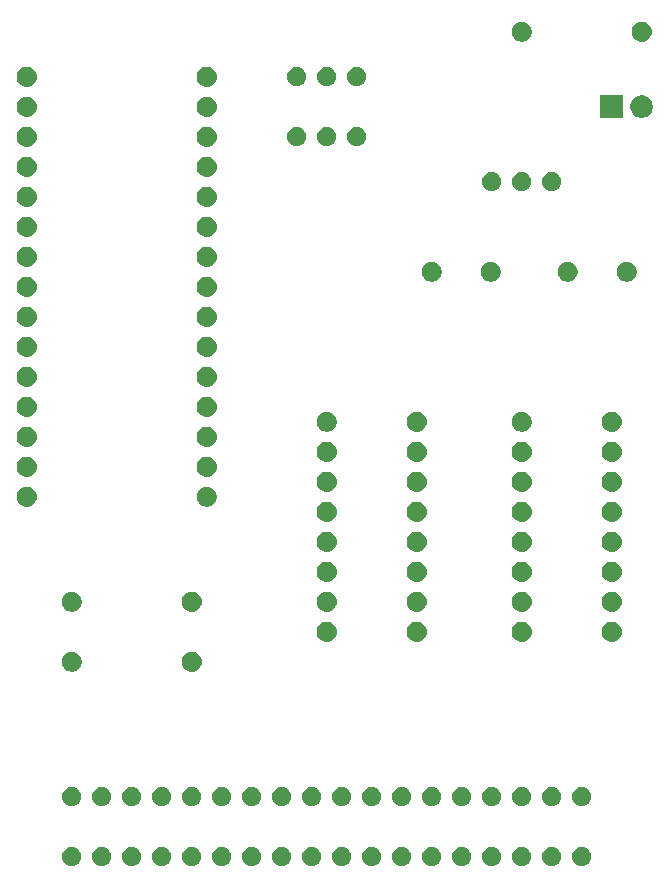
<source format=gbr>
G04 #@! TF.GenerationSoftware,KiCad,Pcbnew,(5.1.0)-1*
G04 #@! TF.CreationDate,2020-01-14T09:56:01+09:00*
G04 #@! TF.ProjectId,motorDriver_pcb,6d6f746f-7244-4726-9976-65725f706362,rev?*
G04 #@! TF.SameCoordinates,Original*
G04 #@! TF.FileFunction,Soldermask,Top*
G04 #@! TF.FilePolarity,Negative*
%FSLAX46Y46*%
G04 Gerber Fmt 4.6, Leading zero omitted, Abs format (unit mm)*
G04 Created by KiCad (PCBNEW (5.1.0)-1) date 2020-01-14 09:56:01*
%MOMM*%
%LPD*%
G04 APERTURE LIST*
%ADD10C,0.100000*%
G04 APERTURE END LIST*
D10*
G36*
X68817142Y-122408242D02*
G01*
X68965101Y-122469529D01*
X69098255Y-122558499D01*
X69211501Y-122671745D01*
X69300471Y-122804899D01*
X69361758Y-122952858D01*
X69393000Y-123109925D01*
X69393000Y-123270075D01*
X69361758Y-123427142D01*
X69300471Y-123575101D01*
X69211501Y-123708255D01*
X69098255Y-123821501D01*
X68965101Y-123910471D01*
X68817142Y-123971758D01*
X68660075Y-124003000D01*
X68499925Y-124003000D01*
X68342858Y-123971758D01*
X68194899Y-123910471D01*
X68061745Y-123821501D01*
X67948499Y-123708255D01*
X67859529Y-123575101D01*
X67798242Y-123427142D01*
X67767000Y-123270075D01*
X67767000Y-123109925D01*
X67798242Y-122952858D01*
X67859529Y-122804899D01*
X67948499Y-122671745D01*
X68061745Y-122558499D01*
X68194899Y-122469529D01*
X68342858Y-122408242D01*
X68499925Y-122377000D01*
X68660075Y-122377000D01*
X68817142Y-122408242D01*
X68817142Y-122408242D01*
G37*
G36*
X106917142Y-122408242D02*
G01*
X107065101Y-122469529D01*
X107198255Y-122558499D01*
X107311501Y-122671745D01*
X107400471Y-122804899D01*
X107461758Y-122952858D01*
X107493000Y-123109925D01*
X107493000Y-123270075D01*
X107461758Y-123427142D01*
X107400471Y-123575101D01*
X107311501Y-123708255D01*
X107198255Y-123821501D01*
X107065101Y-123910471D01*
X106917142Y-123971758D01*
X106760075Y-124003000D01*
X106599925Y-124003000D01*
X106442858Y-123971758D01*
X106294899Y-123910471D01*
X106161745Y-123821501D01*
X106048499Y-123708255D01*
X105959529Y-123575101D01*
X105898242Y-123427142D01*
X105867000Y-123270075D01*
X105867000Y-123109925D01*
X105898242Y-122952858D01*
X105959529Y-122804899D01*
X106048499Y-122671745D01*
X106161745Y-122558499D01*
X106294899Y-122469529D01*
X106442858Y-122408242D01*
X106599925Y-122377000D01*
X106760075Y-122377000D01*
X106917142Y-122408242D01*
X106917142Y-122408242D01*
G37*
G36*
X84057142Y-122408242D02*
G01*
X84205101Y-122469529D01*
X84338255Y-122558499D01*
X84451501Y-122671745D01*
X84540471Y-122804899D01*
X84601758Y-122952858D01*
X84633000Y-123109925D01*
X84633000Y-123270075D01*
X84601758Y-123427142D01*
X84540471Y-123575101D01*
X84451501Y-123708255D01*
X84338255Y-123821501D01*
X84205101Y-123910471D01*
X84057142Y-123971758D01*
X83900075Y-124003000D01*
X83739925Y-124003000D01*
X83582858Y-123971758D01*
X83434899Y-123910471D01*
X83301745Y-123821501D01*
X83188499Y-123708255D01*
X83099529Y-123575101D01*
X83038242Y-123427142D01*
X83007000Y-123270075D01*
X83007000Y-123109925D01*
X83038242Y-122952858D01*
X83099529Y-122804899D01*
X83188499Y-122671745D01*
X83301745Y-122558499D01*
X83434899Y-122469529D01*
X83582858Y-122408242D01*
X83739925Y-122377000D01*
X83900075Y-122377000D01*
X84057142Y-122408242D01*
X84057142Y-122408242D01*
G37*
G36*
X104377142Y-122408242D02*
G01*
X104525101Y-122469529D01*
X104658255Y-122558499D01*
X104771501Y-122671745D01*
X104860471Y-122804899D01*
X104921758Y-122952858D01*
X104953000Y-123109925D01*
X104953000Y-123270075D01*
X104921758Y-123427142D01*
X104860471Y-123575101D01*
X104771501Y-123708255D01*
X104658255Y-123821501D01*
X104525101Y-123910471D01*
X104377142Y-123971758D01*
X104220075Y-124003000D01*
X104059925Y-124003000D01*
X103902858Y-123971758D01*
X103754899Y-123910471D01*
X103621745Y-123821501D01*
X103508499Y-123708255D01*
X103419529Y-123575101D01*
X103358242Y-123427142D01*
X103327000Y-123270075D01*
X103327000Y-123109925D01*
X103358242Y-122952858D01*
X103419529Y-122804899D01*
X103508499Y-122671745D01*
X103621745Y-122558499D01*
X103754899Y-122469529D01*
X103902858Y-122408242D01*
X104059925Y-122377000D01*
X104220075Y-122377000D01*
X104377142Y-122408242D01*
X104377142Y-122408242D01*
G37*
G36*
X96757142Y-122408242D02*
G01*
X96905101Y-122469529D01*
X97038255Y-122558499D01*
X97151501Y-122671745D01*
X97240471Y-122804899D01*
X97301758Y-122952858D01*
X97333000Y-123109925D01*
X97333000Y-123270075D01*
X97301758Y-123427142D01*
X97240471Y-123575101D01*
X97151501Y-123708255D01*
X97038255Y-123821501D01*
X96905101Y-123910471D01*
X96757142Y-123971758D01*
X96600075Y-124003000D01*
X96439925Y-124003000D01*
X96282858Y-123971758D01*
X96134899Y-123910471D01*
X96001745Y-123821501D01*
X95888499Y-123708255D01*
X95799529Y-123575101D01*
X95738242Y-123427142D01*
X95707000Y-123270075D01*
X95707000Y-123109925D01*
X95738242Y-122952858D01*
X95799529Y-122804899D01*
X95888499Y-122671745D01*
X96001745Y-122558499D01*
X96134899Y-122469529D01*
X96282858Y-122408242D01*
X96439925Y-122377000D01*
X96600075Y-122377000D01*
X96757142Y-122408242D01*
X96757142Y-122408242D01*
G37*
G36*
X99297142Y-122408242D02*
G01*
X99445101Y-122469529D01*
X99578255Y-122558499D01*
X99691501Y-122671745D01*
X99780471Y-122804899D01*
X99841758Y-122952858D01*
X99873000Y-123109925D01*
X99873000Y-123270075D01*
X99841758Y-123427142D01*
X99780471Y-123575101D01*
X99691501Y-123708255D01*
X99578255Y-123821501D01*
X99445101Y-123910471D01*
X99297142Y-123971758D01*
X99140075Y-124003000D01*
X98979925Y-124003000D01*
X98822858Y-123971758D01*
X98674899Y-123910471D01*
X98541745Y-123821501D01*
X98428499Y-123708255D01*
X98339529Y-123575101D01*
X98278242Y-123427142D01*
X98247000Y-123270075D01*
X98247000Y-123109925D01*
X98278242Y-122952858D01*
X98339529Y-122804899D01*
X98428499Y-122671745D01*
X98541745Y-122558499D01*
X98674899Y-122469529D01*
X98822858Y-122408242D01*
X98979925Y-122377000D01*
X99140075Y-122377000D01*
X99297142Y-122408242D01*
X99297142Y-122408242D01*
G37*
G36*
X94217142Y-122408242D02*
G01*
X94365101Y-122469529D01*
X94498255Y-122558499D01*
X94611501Y-122671745D01*
X94700471Y-122804899D01*
X94761758Y-122952858D01*
X94793000Y-123109925D01*
X94793000Y-123270075D01*
X94761758Y-123427142D01*
X94700471Y-123575101D01*
X94611501Y-123708255D01*
X94498255Y-123821501D01*
X94365101Y-123910471D01*
X94217142Y-123971758D01*
X94060075Y-124003000D01*
X93899925Y-124003000D01*
X93742858Y-123971758D01*
X93594899Y-123910471D01*
X93461745Y-123821501D01*
X93348499Y-123708255D01*
X93259529Y-123575101D01*
X93198242Y-123427142D01*
X93167000Y-123270075D01*
X93167000Y-123109925D01*
X93198242Y-122952858D01*
X93259529Y-122804899D01*
X93348499Y-122671745D01*
X93461745Y-122558499D01*
X93594899Y-122469529D01*
X93742858Y-122408242D01*
X93899925Y-122377000D01*
X94060075Y-122377000D01*
X94217142Y-122408242D01*
X94217142Y-122408242D01*
G37*
G36*
X101837142Y-122408242D02*
G01*
X101985101Y-122469529D01*
X102118255Y-122558499D01*
X102231501Y-122671745D01*
X102320471Y-122804899D01*
X102381758Y-122952858D01*
X102413000Y-123109925D01*
X102413000Y-123270075D01*
X102381758Y-123427142D01*
X102320471Y-123575101D01*
X102231501Y-123708255D01*
X102118255Y-123821501D01*
X101985101Y-123910471D01*
X101837142Y-123971758D01*
X101680075Y-124003000D01*
X101519925Y-124003000D01*
X101362858Y-123971758D01*
X101214899Y-123910471D01*
X101081745Y-123821501D01*
X100968499Y-123708255D01*
X100879529Y-123575101D01*
X100818242Y-123427142D01*
X100787000Y-123270075D01*
X100787000Y-123109925D01*
X100818242Y-122952858D01*
X100879529Y-122804899D01*
X100968499Y-122671745D01*
X101081745Y-122558499D01*
X101214899Y-122469529D01*
X101362858Y-122408242D01*
X101519925Y-122377000D01*
X101680075Y-122377000D01*
X101837142Y-122408242D01*
X101837142Y-122408242D01*
G37*
G36*
X109457142Y-122408242D02*
G01*
X109605101Y-122469529D01*
X109738255Y-122558499D01*
X109851501Y-122671745D01*
X109940471Y-122804899D01*
X110001758Y-122952858D01*
X110033000Y-123109925D01*
X110033000Y-123270075D01*
X110001758Y-123427142D01*
X109940471Y-123575101D01*
X109851501Y-123708255D01*
X109738255Y-123821501D01*
X109605101Y-123910471D01*
X109457142Y-123971758D01*
X109300075Y-124003000D01*
X109139925Y-124003000D01*
X108982858Y-123971758D01*
X108834899Y-123910471D01*
X108701745Y-123821501D01*
X108588499Y-123708255D01*
X108499529Y-123575101D01*
X108438242Y-123427142D01*
X108407000Y-123270075D01*
X108407000Y-123109925D01*
X108438242Y-122952858D01*
X108499529Y-122804899D01*
X108588499Y-122671745D01*
X108701745Y-122558499D01*
X108834899Y-122469529D01*
X108982858Y-122408242D01*
X109139925Y-122377000D01*
X109300075Y-122377000D01*
X109457142Y-122408242D01*
X109457142Y-122408242D01*
G37*
G36*
X91677142Y-122408242D02*
G01*
X91825101Y-122469529D01*
X91958255Y-122558499D01*
X92071501Y-122671745D01*
X92160471Y-122804899D01*
X92221758Y-122952858D01*
X92253000Y-123109925D01*
X92253000Y-123270075D01*
X92221758Y-123427142D01*
X92160471Y-123575101D01*
X92071501Y-123708255D01*
X91958255Y-123821501D01*
X91825101Y-123910471D01*
X91677142Y-123971758D01*
X91520075Y-124003000D01*
X91359925Y-124003000D01*
X91202858Y-123971758D01*
X91054899Y-123910471D01*
X90921745Y-123821501D01*
X90808499Y-123708255D01*
X90719529Y-123575101D01*
X90658242Y-123427142D01*
X90627000Y-123270075D01*
X90627000Y-123109925D01*
X90658242Y-122952858D01*
X90719529Y-122804899D01*
X90808499Y-122671745D01*
X90921745Y-122558499D01*
X91054899Y-122469529D01*
X91202858Y-122408242D01*
X91359925Y-122377000D01*
X91520075Y-122377000D01*
X91677142Y-122408242D01*
X91677142Y-122408242D01*
G37*
G36*
X86597142Y-122408242D02*
G01*
X86745101Y-122469529D01*
X86878255Y-122558499D01*
X86991501Y-122671745D01*
X87080471Y-122804899D01*
X87141758Y-122952858D01*
X87173000Y-123109925D01*
X87173000Y-123270075D01*
X87141758Y-123427142D01*
X87080471Y-123575101D01*
X86991501Y-123708255D01*
X86878255Y-123821501D01*
X86745101Y-123910471D01*
X86597142Y-123971758D01*
X86440075Y-124003000D01*
X86279925Y-124003000D01*
X86122858Y-123971758D01*
X85974899Y-123910471D01*
X85841745Y-123821501D01*
X85728499Y-123708255D01*
X85639529Y-123575101D01*
X85578242Y-123427142D01*
X85547000Y-123270075D01*
X85547000Y-123109925D01*
X85578242Y-122952858D01*
X85639529Y-122804899D01*
X85728499Y-122671745D01*
X85841745Y-122558499D01*
X85974899Y-122469529D01*
X86122858Y-122408242D01*
X86279925Y-122377000D01*
X86440075Y-122377000D01*
X86597142Y-122408242D01*
X86597142Y-122408242D01*
G37*
G36*
X78977142Y-122408242D02*
G01*
X79125101Y-122469529D01*
X79258255Y-122558499D01*
X79371501Y-122671745D01*
X79460471Y-122804899D01*
X79521758Y-122952858D01*
X79553000Y-123109925D01*
X79553000Y-123270075D01*
X79521758Y-123427142D01*
X79460471Y-123575101D01*
X79371501Y-123708255D01*
X79258255Y-123821501D01*
X79125101Y-123910471D01*
X78977142Y-123971758D01*
X78820075Y-124003000D01*
X78659925Y-124003000D01*
X78502858Y-123971758D01*
X78354899Y-123910471D01*
X78221745Y-123821501D01*
X78108499Y-123708255D01*
X78019529Y-123575101D01*
X77958242Y-123427142D01*
X77927000Y-123270075D01*
X77927000Y-123109925D01*
X77958242Y-122952858D01*
X78019529Y-122804899D01*
X78108499Y-122671745D01*
X78221745Y-122558499D01*
X78354899Y-122469529D01*
X78502858Y-122408242D01*
X78659925Y-122377000D01*
X78820075Y-122377000D01*
X78977142Y-122408242D01*
X78977142Y-122408242D01*
G37*
G36*
X76437142Y-122408242D02*
G01*
X76585101Y-122469529D01*
X76718255Y-122558499D01*
X76831501Y-122671745D01*
X76920471Y-122804899D01*
X76981758Y-122952858D01*
X77013000Y-123109925D01*
X77013000Y-123270075D01*
X76981758Y-123427142D01*
X76920471Y-123575101D01*
X76831501Y-123708255D01*
X76718255Y-123821501D01*
X76585101Y-123910471D01*
X76437142Y-123971758D01*
X76280075Y-124003000D01*
X76119925Y-124003000D01*
X75962858Y-123971758D01*
X75814899Y-123910471D01*
X75681745Y-123821501D01*
X75568499Y-123708255D01*
X75479529Y-123575101D01*
X75418242Y-123427142D01*
X75387000Y-123270075D01*
X75387000Y-123109925D01*
X75418242Y-122952858D01*
X75479529Y-122804899D01*
X75568499Y-122671745D01*
X75681745Y-122558499D01*
X75814899Y-122469529D01*
X75962858Y-122408242D01*
X76119925Y-122377000D01*
X76280075Y-122377000D01*
X76437142Y-122408242D01*
X76437142Y-122408242D01*
G37*
G36*
X73897142Y-122408242D02*
G01*
X74045101Y-122469529D01*
X74178255Y-122558499D01*
X74291501Y-122671745D01*
X74380471Y-122804899D01*
X74441758Y-122952858D01*
X74473000Y-123109925D01*
X74473000Y-123270075D01*
X74441758Y-123427142D01*
X74380471Y-123575101D01*
X74291501Y-123708255D01*
X74178255Y-123821501D01*
X74045101Y-123910471D01*
X73897142Y-123971758D01*
X73740075Y-124003000D01*
X73579925Y-124003000D01*
X73422858Y-123971758D01*
X73274899Y-123910471D01*
X73141745Y-123821501D01*
X73028499Y-123708255D01*
X72939529Y-123575101D01*
X72878242Y-123427142D01*
X72847000Y-123270075D01*
X72847000Y-123109925D01*
X72878242Y-122952858D01*
X72939529Y-122804899D01*
X73028499Y-122671745D01*
X73141745Y-122558499D01*
X73274899Y-122469529D01*
X73422858Y-122408242D01*
X73579925Y-122377000D01*
X73740075Y-122377000D01*
X73897142Y-122408242D01*
X73897142Y-122408242D01*
G37*
G36*
X81517142Y-122408242D02*
G01*
X81665101Y-122469529D01*
X81798255Y-122558499D01*
X81911501Y-122671745D01*
X82000471Y-122804899D01*
X82061758Y-122952858D01*
X82093000Y-123109925D01*
X82093000Y-123270075D01*
X82061758Y-123427142D01*
X82000471Y-123575101D01*
X81911501Y-123708255D01*
X81798255Y-123821501D01*
X81665101Y-123910471D01*
X81517142Y-123971758D01*
X81360075Y-124003000D01*
X81199925Y-124003000D01*
X81042858Y-123971758D01*
X80894899Y-123910471D01*
X80761745Y-123821501D01*
X80648499Y-123708255D01*
X80559529Y-123575101D01*
X80498242Y-123427142D01*
X80467000Y-123270075D01*
X80467000Y-123109925D01*
X80498242Y-122952858D01*
X80559529Y-122804899D01*
X80648499Y-122671745D01*
X80761745Y-122558499D01*
X80894899Y-122469529D01*
X81042858Y-122408242D01*
X81199925Y-122377000D01*
X81360075Y-122377000D01*
X81517142Y-122408242D01*
X81517142Y-122408242D01*
G37*
G36*
X66277142Y-122408242D02*
G01*
X66425101Y-122469529D01*
X66558255Y-122558499D01*
X66671501Y-122671745D01*
X66760471Y-122804899D01*
X66821758Y-122952858D01*
X66853000Y-123109925D01*
X66853000Y-123270075D01*
X66821758Y-123427142D01*
X66760471Y-123575101D01*
X66671501Y-123708255D01*
X66558255Y-123821501D01*
X66425101Y-123910471D01*
X66277142Y-123971758D01*
X66120075Y-124003000D01*
X65959925Y-124003000D01*
X65802858Y-123971758D01*
X65654899Y-123910471D01*
X65521745Y-123821501D01*
X65408499Y-123708255D01*
X65319529Y-123575101D01*
X65258242Y-123427142D01*
X65227000Y-123270075D01*
X65227000Y-123109925D01*
X65258242Y-122952858D01*
X65319529Y-122804899D01*
X65408499Y-122671745D01*
X65521745Y-122558499D01*
X65654899Y-122469529D01*
X65802858Y-122408242D01*
X65959925Y-122377000D01*
X66120075Y-122377000D01*
X66277142Y-122408242D01*
X66277142Y-122408242D01*
G37*
G36*
X71357142Y-122408242D02*
G01*
X71505101Y-122469529D01*
X71638255Y-122558499D01*
X71751501Y-122671745D01*
X71840471Y-122804899D01*
X71901758Y-122952858D01*
X71933000Y-123109925D01*
X71933000Y-123270075D01*
X71901758Y-123427142D01*
X71840471Y-123575101D01*
X71751501Y-123708255D01*
X71638255Y-123821501D01*
X71505101Y-123910471D01*
X71357142Y-123971758D01*
X71200075Y-124003000D01*
X71039925Y-124003000D01*
X70882858Y-123971758D01*
X70734899Y-123910471D01*
X70601745Y-123821501D01*
X70488499Y-123708255D01*
X70399529Y-123575101D01*
X70338242Y-123427142D01*
X70307000Y-123270075D01*
X70307000Y-123109925D01*
X70338242Y-122952858D01*
X70399529Y-122804899D01*
X70488499Y-122671745D01*
X70601745Y-122558499D01*
X70734899Y-122469529D01*
X70882858Y-122408242D01*
X71039925Y-122377000D01*
X71200075Y-122377000D01*
X71357142Y-122408242D01*
X71357142Y-122408242D01*
G37*
G36*
X89137142Y-122408242D02*
G01*
X89285101Y-122469529D01*
X89418255Y-122558499D01*
X89531501Y-122671745D01*
X89620471Y-122804899D01*
X89681758Y-122952858D01*
X89713000Y-123109925D01*
X89713000Y-123270075D01*
X89681758Y-123427142D01*
X89620471Y-123575101D01*
X89531501Y-123708255D01*
X89418255Y-123821501D01*
X89285101Y-123910471D01*
X89137142Y-123971758D01*
X88980075Y-124003000D01*
X88819925Y-124003000D01*
X88662858Y-123971758D01*
X88514899Y-123910471D01*
X88381745Y-123821501D01*
X88268499Y-123708255D01*
X88179529Y-123575101D01*
X88118242Y-123427142D01*
X88087000Y-123270075D01*
X88087000Y-123109925D01*
X88118242Y-122952858D01*
X88179529Y-122804899D01*
X88268499Y-122671745D01*
X88381745Y-122558499D01*
X88514899Y-122469529D01*
X88662858Y-122408242D01*
X88819925Y-122377000D01*
X88980075Y-122377000D01*
X89137142Y-122408242D01*
X89137142Y-122408242D01*
G37*
G36*
X86597142Y-117328242D02*
G01*
X86745101Y-117389529D01*
X86878255Y-117478499D01*
X86991501Y-117591745D01*
X87080471Y-117724899D01*
X87141758Y-117872858D01*
X87173000Y-118029925D01*
X87173000Y-118190075D01*
X87141758Y-118347142D01*
X87080471Y-118495101D01*
X86991501Y-118628255D01*
X86878255Y-118741501D01*
X86745101Y-118830471D01*
X86597142Y-118891758D01*
X86440075Y-118923000D01*
X86279925Y-118923000D01*
X86122858Y-118891758D01*
X85974899Y-118830471D01*
X85841745Y-118741501D01*
X85728499Y-118628255D01*
X85639529Y-118495101D01*
X85578242Y-118347142D01*
X85547000Y-118190075D01*
X85547000Y-118029925D01*
X85578242Y-117872858D01*
X85639529Y-117724899D01*
X85728499Y-117591745D01*
X85841745Y-117478499D01*
X85974899Y-117389529D01*
X86122858Y-117328242D01*
X86279925Y-117297000D01*
X86440075Y-117297000D01*
X86597142Y-117328242D01*
X86597142Y-117328242D01*
G37*
G36*
X84057142Y-117328242D02*
G01*
X84205101Y-117389529D01*
X84338255Y-117478499D01*
X84451501Y-117591745D01*
X84540471Y-117724899D01*
X84601758Y-117872858D01*
X84633000Y-118029925D01*
X84633000Y-118190075D01*
X84601758Y-118347142D01*
X84540471Y-118495101D01*
X84451501Y-118628255D01*
X84338255Y-118741501D01*
X84205101Y-118830471D01*
X84057142Y-118891758D01*
X83900075Y-118923000D01*
X83739925Y-118923000D01*
X83582858Y-118891758D01*
X83434899Y-118830471D01*
X83301745Y-118741501D01*
X83188499Y-118628255D01*
X83099529Y-118495101D01*
X83038242Y-118347142D01*
X83007000Y-118190075D01*
X83007000Y-118029925D01*
X83038242Y-117872858D01*
X83099529Y-117724899D01*
X83188499Y-117591745D01*
X83301745Y-117478499D01*
X83434899Y-117389529D01*
X83582858Y-117328242D01*
X83739925Y-117297000D01*
X83900075Y-117297000D01*
X84057142Y-117328242D01*
X84057142Y-117328242D01*
G37*
G36*
X78977142Y-117328242D02*
G01*
X79125101Y-117389529D01*
X79258255Y-117478499D01*
X79371501Y-117591745D01*
X79460471Y-117724899D01*
X79521758Y-117872858D01*
X79553000Y-118029925D01*
X79553000Y-118190075D01*
X79521758Y-118347142D01*
X79460471Y-118495101D01*
X79371501Y-118628255D01*
X79258255Y-118741501D01*
X79125101Y-118830471D01*
X78977142Y-118891758D01*
X78820075Y-118923000D01*
X78659925Y-118923000D01*
X78502858Y-118891758D01*
X78354899Y-118830471D01*
X78221745Y-118741501D01*
X78108499Y-118628255D01*
X78019529Y-118495101D01*
X77958242Y-118347142D01*
X77927000Y-118190075D01*
X77927000Y-118029925D01*
X77958242Y-117872858D01*
X78019529Y-117724899D01*
X78108499Y-117591745D01*
X78221745Y-117478499D01*
X78354899Y-117389529D01*
X78502858Y-117328242D01*
X78659925Y-117297000D01*
X78820075Y-117297000D01*
X78977142Y-117328242D01*
X78977142Y-117328242D01*
G37*
G36*
X76437142Y-117328242D02*
G01*
X76585101Y-117389529D01*
X76718255Y-117478499D01*
X76831501Y-117591745D01*
X76920471Y-117724899D01*
X76981758Y-117872858D01*
X77013000Y-118029925D01*
X77013000Y-118190075D01*
X76981758Y-118347142D01*
X76920471Y-118495101D01*
X76831501Y-118628255D01*
X76718255Y-118741501D01*
X76585101Y-118830471D01*
X76437142Y-118891758D01*
X76280075Y-118923000D01*
X76119925Y-118923000D01*
X75962858Y-118891758D01*
X75814899Y-118830471D01*
X75681745Y-118741501D01*
X75568499Y-118628255D01*
X75479529Y-118495101D01*
X75418242Y-118347142D01*
X75387000Y-118190075D01*
X75387000Y-118029925D01*
X75418242Y-117872858D01*
X75479529Y-117724899D01*
X75568499Y-117591745D01*
X75681745Y-117478499D01*
X75814899Y-117389529D01*
X75962858Y-117328242D01*
X76119925Y-117297000D01*
X76280075Y-117297000D01*
X76437142Y-117328242D01*
X76437142Y-117328242D01*
G37*
G36*
X73897142Y-117328242D02*
G01*
X74045101Y-117389529D01*
X74178255Y-117478499D01*
X74291501Y-117591745D01*
X74380471Y-117724899D01*
X74441758Y-117872858D01*
X74473000Y-118029925D01*
X74473000Y-118190075D01*
X74441758Y-118347142D01*
X74380471Y-118495101D01*
X74291501Y-118628255D01*
X74178255Y-118741501D01*
X74045101Y-118830471D01*
X73897142Y-118891758D01*
X73740075Y-118923000D01*
X73579925Y-118923000D01*
X73422858Y-118891758D01*
X73274899Y-118830471D01*
X73141745Y-118741501D01*
X73028499Y-118628255D01*
X72939529Y-118495101D01*
X72878242Y-118347142D01*
X72847000Y-118190075D01*
X72847000Y-118029925D01*
X72878242Y-117872858D01*
X72939529Y-117724899D01*
X73028499Y-117591745D01*
X73141745Y-117478499D01*
X73274899Y-117389529D01*
X73422858Y-117328242D01*
X73579925Y-117297000D01*
X73740075Y-117297000D01*
X73897142Y-117328242D01*
X73897142Y-117328242D01*
G37*
G36*
X71357142Y-117328242D02*
G01*
X71505101Y-117389529D01*
X71638255Y-117478499D01*
X71751501Y-117591745D01*
X71840471Y-117724899D01*
X71901758Y-117872858D01*
X71933000Y-118029925D01*
X71933000Y-118190075D01*
X71901758Y-118347142D01*
X71840471Y-118495101D01*
X71751501Y-118628255D01*
X71638255Y-118741501D01*
X71505101Y-118830471D01*
X71357142Y-118891758D01*
X71200075Y-118923000D01*
X71039925Y-118923000D01*
X70882858Y-118891758D01*
X70734899Y-118830471D01*
X70601745Y-118741501D01*
X70488499Y-118628255D01*
X70399529Y-118495101D01*
X70338242Y-118347142D01*
X70307000Y-118190075D01*
X70307000Y-118029925D01*
X70338242Y-117872858D01*
X70399529Y-117724899D01*
X70488499Y-117591745D01*
X70601745Y-117478499D01*
X70734899Y-117389529D01*
X70882858Y-117328242D01*
X71039925Y-117297000D01*
X71200075Y-117297000D01*
X71357142Y-117328242D01*
X71357142Y-117328242D01*
G37*
G36*
X68817142Y-117328242D02*
G01*
X68965101Y-117389529D01*
X69098255Y-117478499D01*
X69211501Y-117591745D01*
X69300471Y-117724899D01*
X69361758Y-117872858D01*
X69393000Y-118029925D01*
X69393000Y-118190075D01*
X69361758Y-118347142D01*
X69300471Y-118495101D01*
X69211501Y-118628255D01*
X69098255Y-118741501D01*
X68965101Y-118830471D01*
X68817142Y-118891758D01*
X68660075Y-118923000D01*
X68499925Y-118923000D01*
X68342858Y-118891758D01*
X68194899Y-118830471D01*
X68061745Y-118741501D01*
X67948499Y-118628255D01*
X67859529Y-118495101D01*
X67798242Y-118347142D01*
X67767000Y-118190075D01*
X67767000Y-118029925D01*
X67798242Y-117872858D01*
X67859529Y-117724899D01*
X67948499Y-117591745D01*
X68061745Y-117478499D01*
X68194899Y-117389529D01*
X68342858Y-117328242D01*
X68499925Y-117297000D01*
X68660075Y-117297000D01*
X68817142Y-117328242D01*
X68817142Y-117328242D01*
G37*
G36*
X66277142Y-117328242D02*
G01*
X66425101Y-117389529D01*
X66558255Y-117478499D01*
X66671501Y-117591745D01*
X66760471Y-117724899D01*
X66821758Y-117872858D01*
X66853000Y-118029925D01*
X66853000Y-118190075D01*
X66821758Y-118347142D01*
X66760471Y-118495101D01*
X66671501Y-118628255D01*
X66558255Y-118741501D01*
X66425101Y-118830471D01*
X66277142Y-118891758D01*
X66120075Y-118923000D01*
X65959925Y-118923000D01*
X65802858Y-118891758D01*
X65654899Y-118830471D01*
X65521745Y-118741501D01*
X65408499Y-118628255D01*
X65319529Y-118495101D01*
X65258242Y-118347142D01*
X65227000Y-118190075D01*
X65227000Y-118029925D01*
X65258242Y-117872858D01*
X65319529Y-117724899D01*
X65408499Y-117591745D01*
X65521745Y-117478499D01*
X65654899Y-117389529D01*
X65802858Y-117328242D01*
X65959925Y-117297000D01*
X66120075Y-117297000D01*
X66277142Y-117328242D01*
X66277142Y-117328242D01*
G37*
G36*
X81517142Y-117328242D02*
G01*
X81665101Y-117389529D01*
X81798255Y-117478499D01*
X81911501Y-117591745D01*
X82000471Y-117724899D01*
X82061758Y-117872858D01*
X82093000Y-118029925D01*
X82093000Y-118190075D01*
X82061758Y-118347142D01*
X82000471Y-118495101D01*
X81911501Y-118628255D01*
X81798255Y-118741501D01*
X81665101Y-118830471D01*
X81517142Y-118891758D01*
X81360075Y-118923000D01*
X81199925Y-118923000D01*
X81042858Y-118891758D01*
X80894899Y-118830471D01*
X80761745Y-118741501D01*
X80648499Y-118628255D01*
X80559529Y-118495101D01*
X80498242Y-118347142D01*
X80467000Y-118190075D01*
X80467000Y-118029925D01*
X80498242Y-117872858D01*
X80559529Y-117724899D01*
X80648499Y-117591745D01*
X80761745Y-117478499D01*
X80894899Y-117389529D01*
X81042858Y-117328242D01*
X81199925Y-117297000D01*
X81360075Y-117297000D01*
X81517142Y-117328242D01*
X81517142Y-117328242D01*
G37*
G36*
X106917142Y-117328242D02*
G01*
X107065101Y-117389529D01*
X107198255Y-117478499D01*
X107311501Y-117591745D01*
X107400471Y-117724899D01*
X107461758Y-117872858D01*
X107493000Y-118029925D01*
X107493000Y-118190075D01*
X107461758Y-118347142D01*
X107400471Y-118495101D01*
X107311501Y-118628255D01*
X107198255Y-118741501D01*
X107065101Y-118830471D01*
X106917142Y-118891758D01*
X106760075Y-118923000D01*
X106599925Y-118923000D01*
X106442858Y-118891758D01*
X106294899Y-118830471D01*
X106161745Y-118741501D01*
X106048499Y-118628255D01*
X105959529Y-118495101D01*
X105898242Y-118347142D01*
X105867000Y-118190075D01*
X105867000Y-118029925D01*
X105898242Y-117872858D01*
X105959529Y-117724899D01*
X106048499Y-117591745D01*
X106161745Y-117478499D01*
X106294899Y-117389529D01*
X106442858Y-117328242D01*
X106599925Y-117297000D01*
X106760075Y-117297000D01*
X106917142Y-117328242D01*
X106917142Y-117328242D01*
G37*
G36*
X89137142Y-117328242D02*
G01*
X89285101Y-117389529D01*
X89418255Y-117478499D01*
X89531501Y-117591745D01*
X89620471Y-117724899D01*
X89681758Y-117872858D01*
X89713000Y-118029925D01*
X89713000Y-118190075D01*
X89681758Y-118347142D01*
X89620471Y-118495101D01*
X89531501Y-118628255D01*
X89418255Y-118741501D01*
X89285101Y-118830471D01*
X89137142Y-118891758D01*
X88980075Y-118923000D01*
X88819925Y-118923000D01*
X88662858Y-118891758D01*
X88514899Y-118830471D01*
X88381745Y-118741501D01*
X88268499Y-118628255D01*
X88179529Y-118495101D01*
X88118242Y-118347142D01*
X88087000Y-118190075D01*
X88087000Y-118029925D01*
X88118242Y-117872858D01*
X88179529Y-117724899D01*
X88268499Y-117591745D01*
X88381745Y-117478499D01*
X88514899Y-117389529D01*
X88662858Y-117328242D01*
X88819925Y-117297000D01*
X88980075Y-117297000D01*
X89137142Y-117328242D01*
X89137142Y-117328242D01*
G37*
G36*
X104377142Y-117328242D02*
G01*
X104525101Y-117389529D01*
X104658255Y-117478499D01*
X104771501Y-117591745D01*
X104860471Y-117724899D01*
X104921758Y-117872858D01*
X104953000Y-118029925D01*
X104953000Y-118190075D01*
X104921758Y-118347142D01*
X104860471Y-118495101D01*
X104771501Y-118628255D01*
X104658255Y-118741501D01*
X104525101Y-118830471D01*
X104377142Y-118891758D01*
X104220075Y-118923000D01*
X104059925Y-118923000D01*
X103902858Y-118891758D01*
X103754899Y-118830471D01*
X103621745Y-118741501D01*
X103508499Y-118628255D01*
X103419529Y-118495101D01*
X103358242Y-118347142D01*
X103327000Y-118190075D01*
X103327000Y-118029925D01*
X103358242Y-117872858D01*
X103419529Y-117724899D01*
X103508499Y-117591745D01*
X103621745Y-117478499D01*
X103754899Y-117389529D01*
X103902858Y-117328242D01*
X104059925Y-117297000D01*
X104220075Y-117297000D01*
X104377142Y-117328242D01*
X104377142Y-117328242D01*
G37*
G36*
X101837142Y-117328242D02*
G01*
X101985101Y-117389529D01*
X102118255Y-117478499D01*
X102231501Y-117591745D01*
X102320471Y-117724899D01*
X102381758Y-117872858D01*
X102413000Y-118029925D01*
X102413000Y-118190075D01*
X102381758Y-118347142D01*
X102320471Y-118495101D01*
X102231501Y-118628255D01*
X102118255Y-118741501D01*
X101985101Y-118830471D01*
X101837142Y-118891758D01*
X101680075Y-118923000D01*
X101519925Y-118923000D01*
X101362858Y-118891758D01*
X101214899Y-118830471D01*
X101081745Y-118741501D01*
X100968499Y-118628255D01*
X100879529Y-118495101D01*
X100818242Y-118347142D01*
X100787000Y-118190075D01*
X100787000Y-118029925D01*
X100818242Y-117872858D01*
X100879529Y-117724899D01*
X100968499Y-117591745D01*
X101081745Y-117478499D01*
X101214899Y-117389529D01*
X101362858Y-117328242D01*
X101519925Y-117297000D01*
X101680075Y-117297000D01*
X101837142Y-117328242D01*
X101837142Y-117328242D01*
G37*
G36*
X99297142Y-117328242D02*
G01*
X99445101Y-117389529D01*
X99578255Y-117478499D01*
X99691501Y-117591745D01*
X99780471Y-117724899D01*
X99841758Y-117872858D01*
X99873000Y-118029925D01*
X99873000Y-118190075D01*
X99841758Y-118347142D01*
X99780471Y-118495101D01*
X99691501Y-118628255D01*
X99578255Y-118741501D01*
X99445101Y-118830471D01*
X99297142Y-118891758D01*
X99140075Y-118923000D01*
X98979925Y-118923000D01*
X98822858Y-118891758D01*
X98674899Y-118830471D01*
X98541745Y-118741501D01*
X98428499Y-118628255D01*
X98339529Y-118495101D01*
X98278242Y-118347142D01*
X98247000Y-118190075D01*
X98247000Y-118029925D01*
X98278242Y-117872858D01*
X98339529Y-117724899D01*
X98428499Y-117591745D01*
X98541745Y-117478499D01*
X98674899Y-117389529D01*
X98822858Y-117328242D01*
X98979925Y-117297000D01*
X99140075Y-117297000D01*
X99297142Y-117328242D01*
X99297142Y-117328242D01*
G37*
G36*
X96757142Y-117328242D02*
G01*
X96905101Y-117389529D01*
X97038255Y-117478499D01*
X97151501Y-117591745D01*
X97240471Y-117724899D01*
X97301758Y-117872858D01*
X97333000Y-118029925D01*
X97333000Y-118190075D01*
X97301758Y-118347142D01*
X97240471Y-118495101D01*
X97151501Y-118628255D01*
X97038255Y-118741501D01*
X96905101Y-118830471D01*
X96757142Y-118891758D01*
X96600075Y-118923000D01*
X96439925Y-118923000D01*
X96282858Y-118891758D01*
X96134899Y-118830471D01*
X96001745Y-118741501D01*
X95888499Y-118628255D01*
X95799529Y-118495101D01*
X95738242Y-118347142D01*
X95707000Y-118190075D01*
X95707000Y-118029925D01*
X95738242Y-117872858D01*
X95799529Y-117724899D01*
X95888499Y-117591745D01*
X96001745Y-117478499D01*
X96134899Y-117389529D01*
X96282858Y-117328242D01*
X96439925Y-117297000D01*
X96600075Y-117297000D01*
X96757142Y-117328242D01*
X96757142Y-117328242D01*
G37*
G36*
X94217142Y-117328242D02*
G01*
X94365101Y-117389529D01*
X94498255Y-117478499D01*
X94611501Y-117591745D01*
X94700471Y-117724899D01*
X94761758Y-117872858D01*
X94793000Y-118029925D01*
X94793000Y-118190075D01*
X94761758Y-118347142D01*
X94700471Y-118495101D01*
X94611501Y-118628255D01*
X94498255Y-118741501D01*
X94365101Y-118830471D01*
X94217142Y-118891758D01*
X94060075Y-118923000D01*
X93899925Y-118923000D01*
X93742858Y-118891758D01*
X93594899Y-118830471D01*
X93461745Y-118741501D01*
X93348499Y-118628255D01*
X93259529Y-118495101D01*
X93198242Y-118347142D01*
X93167000Y-118190075D01*
X93167000Y-118029925D01*
X93198242Y-117872858D01*
X93259529Y-117724899D01*
X93348499Y-117591745D01*
X93461745Y-117478499D01*
X93594899Y-117389529D01*
X93742858Y-117328242D01*
X93899925Y-117297000D01*
X94060075Y-117297000D01*
X94217142Y-117328242D01*
X94217142Y-117328242D01*
G37*
G36*
X91677142Y-117328242D02*
G01*
X91825101Y-117389529D01*
X91958255Y-117478499D01*
X92071501Y-117591745D01*
X92160471Y-117724899D01*
X92221758Y-117872858D01*
X92253000Y-118029925D01*
X92253000Y-118190075D01*
X92221758Y-118347142D01*
X92160471Y-118495101D01*
X92071501Y-118628255D01*
X91958255Y-118741501D01*
X91825101Y-118830471D01*
X91677142Y-118891758D01*
X91520075Y-118923000D01*
X91359925Y-118923000D01*
X91202858Y-118891758D01*
X91054899Y-118830471D01*
X90921745Y-118741501D01*
X90808499Y-118628255D01*
X90719529Y-118495101D01*
X90658242Y-118347142D01*
X90627000Y-118190075D01*
X90627000Y-118029925D01*
X90658242Y-117872858D01*
X90719529Y-117724899D01*
X90808499Y-117591745D01*
X90921745Y-117478499D01*
X91054899Y-117389529D01*
X91202858Y-117328242D01*
X91359925Y-117297000D01*
X91520075Y-117297000D01*
X91677142Y-117328242D01*
X91677142Y-117328242D01*
G37*
G36*
X109457142Y-117328242D02*
G01*
X109605101Y-117389529D01*
X109738255Y-117478499D01*
X109851501Y-117591745D01*
X109940471Y-117724899D01*
X110001758Y-117872858D01*
X110033000Y-118029925D01*
X110033000Y-118190075D01*
X110001758Y-118347142D01*
X109940471Y-118495101D01*
X109851501Y-118628255D01*
X109738255Y-118741501D01*
X109605101Y-118830471D01*
X109457142Y-118891758D01*
X109300075Y-118923000D01*
X109139925Y-118923000D01*
X108982858Y-118891758D01*
X108834899Y-118830471D01*
X108701745Y-118741501D01*
X108588499Y-118628255D01*
X108499529Y-118495101D01*
X108438242Y-118347142D01*
X108407000Y-118190075D01*
X108407000Y-118029925D01*
X108438242Y-117872858D01*
X108499529Y-117724899D01*
X108588499Y-117591745D01*
X108701745Y-117478499D01*
X108834899Y-117389529D01*
X108982858Y-117328242D01*
X109139925Y-117297000D01*
X109300075Y-117297000D01*
X109457142Y-117328242D01*
X109457142Y-117328242D01*
G37*
G36*
X76366823Y-105841313D02*
G01*
X76527242Y-105889976D01*
X76594361Y-105925852D01*
X76675078Y-105968996D01*
X76804659Y-106075341D01*
X76911004Y-106204922D01*
X76911005Y-106204924D01*
X76990024Y-106352758D01*
X77038687Y-106513177D01*
X77055117Y-106680000D01*
X77038687Y-106846823D01*
X76990024Y-107007242D01*
X76949477Y-107083100D01*
X76911004Y-107155078D01*
X76804659Y-107284659D01*
X76675078Y-107391004D01*
X76675076Y-107391005D01*
X76527242Y-107470024D01*
X76366823Y-107518687D01*
X76241804Y-107531000D01*
X76158196Y-107531000D01*
X76033177Y-107518687D01*
X75872758Y-107470024D01*
X75724924Y-107391005D01*
X75724922Y-107391004D01*
X75595341Y-107284659D01*
X75488996Y-107155078D01*
X75450523Y-107083100D01*
X75409976Y-107007242D01*
X75361313Y-106846823D01*
X75344883Y-106680000D01*
X75361313Y-106513177D01*
X75409976Y-106352758D01*
X75488995Y-106204924D01*
X75488996Y-106204922D01*
X75595341Y-106075341D01*
X75724922Y-105968996D01*
X75805639Y-105925852D01*
X75872758Y-105889976D01*
X76033177Y-105841313D01*
X76158196Y-105829000D01*
X76241804Y-105829000D01*
X76366823Y-105841313D01*
X76366823Y-105841313D01*
G37*
G36*
X66288228Y-105861703D02*
G01*
X66443100Y-105925853D01*
X66582481Y-106018985D01*
X66701015Y-106137519D01*
X66794147Y-106276900D01*
X66858297Y-106431772D01*
X66891000Y-106596184D01*
X66891000Y-106763816D01*
X66858297Y-106928228D01*
X66794147Y-107083100D01*
X66701015Y-107222481D01*
X66582481Y-107341015D01*
X66443100Y-107434147D01*
X66288228Y-107498297D01*
X66123816Y-107531000D01*
X65956184Y-107531000D01*
X65791772Y-107498297D01*
X65636900Y-107434147D01*
X65497519Y-107341015D01*
X65378985Y-107222481D01*
X65285853Y-107083100D01*
X65221703Y-106928228D01*
X65189000Y-106763816D01*
X65189000Y-106596184D01*
X65221703Y-106431772D01*
X65285853Y-106276900D01*
X65378985Y-106137519D01*
X65497519Y-106018985D01*
X65636900Y-105925853D01*
X65791772Y-105861703D01*
X65956184Y-105829000D01*
X66123816Y-105829000D01*
X66288228Y-105861703D01*
X66288228Y-105861703D01*
G37*
G36*
X95416823Y-103301313D02*
G01*
X95577242Y-103349976D01*
X95709906Y-103420886D01*
X95725078Y-103428996D01*
X95854659Y-103535341D01*
X95961004Y-103664922D01*
X95961005Y-103664924D01*
X96040024Y-103812758D01*
X96088687Y-103973177D01*
X96105117Y-104140000D01*
X96088687Y-104306823D01*
X96040024Y-104467242D01*
X95969114Y-104599906D01*
X95961004Y-104615078D01*
X95854659Y-104744659D01*
X95725078Y-104851004D01*
X95725076Y-104851005D01*
X95577242Y-104930024D01*
X95416823Y-104978687D01*
X95291804Y-104991000D01*
X95208196Y-104991000D01*
X95083177Y-104978687D01*
X94922758Y-104930024D01*
X94774924Y-104851005D01*
X94774922Y-104851004D01*
X94645341Y-104744659D01*
X94538996Y-104615078D01*
X94530886Y-104599906D01*
X94459976Y-104467242D01*
X94411313Y-104306823D01*
X94394883Y-104140000D01*
X94411313Y-103973177D01*
X94459976Y-103812758D01*
X94538995Y-103664924D01*
X94538996Y-103664922D01*
X94645341Y-103535341D01*
X94774922Y-103428996D01*
X94790094Y-103420886D01*
X94922758Y-103349976D01*
X95083177Y-103301313D01*
X95208196Y-103289000D01*
X95291804Y-103289000D01*
X95416823Y-103301313D01*
X95416823Y-103301313D01*
G37*
G36*
X87796823Y-103301313D02*
G01*
X87957242Y-103349976D01*
X88089906Y-103420886D01*
X88105078Y-103428996D01*
X88234659Y-103535341D01*
X88341004Y-103664922D01*
X88341005Y-103664924D01*
X88420024Y-103812758D01*
X88468687Y-103973177D01*
X88485117Y-104140000D01*
X88468687Y-104306823D01*
X88420024Y-104467242D01*
X88349114Y-104599906D01*
X88341004Y-104615078D01*
X88234659Y-104744659D01*
X88105078Y-104851004D01*
X88105076Y-104851005D01*
X87957242Y-104930024D01*
X87796823Y-104978687D01*
X87671804Y-104991000D01*
X87588196Y-104991000D01*
X87463177Y-104978687D01*
X87302758Y-104930024D01*
X87154924Y-104851005D01*
X87154922Y-104851004D01*
X87025341Y-104744659D01*
X86918996Y-104615078D01*
X86910886Y-104599906D01*
X86839976Y-104467242D01*
X86791313Y-104306823D01*
X86774883Y-104140000D01*
X86791313Y-103973177D01*
X86839976Y-103812758D01*
X86918995Y-103664924D01*
X86918996Y-103664922D01*
X87025341Y-103535341D01*
X87154922Y-103428996D01*
X87170094Y-103420886D01*
X87302758Y-103349976D01*
X87463177Y-103301313D01*
X87588196Y-103289000D01*
X87671804Y-103289000D01*
X87796823Y-103301313D01*
X87796823Y-103301313D01*
G37*
G36*
X104306823Y-103301313D02*
G01*
X104467242Y-103349976D01*
X104599906Y-103420886D01*
X104615078Y-103428996D01*
X104744659Y-103535341D01*
X104851004Y-103664922D01*
X104851005Y-103664924D01*
X104930024Y-103812758D01*
X104978687Y-103973177D01*
X104995117Y-104140000D01*
X104978687Y-104306823D01*
X104930024Y-104467242D01*
X104859114Y-104599906D01*
X104851004Y-104615078D01*
X104744659Y-104744659D01*
X104615078Y-104851004D01*
X104615076Y-104851005D01*
X104467242Y-104930024D01*
X104306823Y-104978687D01*
X104181804Y-104991000D01*
X104098196Y-104991000D01*
X103973177Y-104978687D01*
X103812758Y-104930024D01*
X103664924Y-104851005D01*
X103664922Y-104851004D01*
X103535341Y-104744659D01*
X103428996Y-104615078D01*
X103420886Y-104599906D01*
X103349976Y-104467242D01*
X103301313Y-104306823D01*
X103284883Y-104140000D01*
X103301313Y-103973177D01*
X103349976Y-103812758D01*
X103428995Y-103664924D01*
X103428996Y-103664922D01*
X103535341Y-103535341D01*
X103664922Y-103428996D01*
X103680094Y-103420886D01*
X103812758Y-103349976D01*
X103973177Y-103301313D01*
X104098196Y-103289000D01*
X104181804Y-103289000D01*
X104306823Y-103301313D01*
X104306823Y-103301313D01*
G37*
G36*
X111926823Y-103301313D02*
G01*
X112087242Y-103349976D01*
X112219906Y-103420886D01*
X112235078Y-103428996D01*
X112364659Y-103535341D01*
X112471004Y-103664922D01*
X112471005Y-103664924D01*
X112550024Y-103812758D01*
X112598687Y-103973177D01*
X112615117Y-104140000D01*
X112598687Y-104306823D01*
X112550024Y-104467242D01*
X112479114Y-104599906D01*
X112471004Y-104615078D01*
X112364659Y-104744659D01*
X112235078Y-104851004D01*
X112235076Y-104851005D01*
X112087242Y-104930024D01*
X111926823Y-104978687D01*
X111801804Y-104991000D01*
X111718196Y-104991000D01*
X111593177Y-104978687D01*
X111432758Y-104930024D01*
X111284924Y-104851005D01*
X111284922Y-104851004D01*
X111155341Y-104744659D01*
X111048996Y-104615078D01*
X111040886Y-104599906D01*
X110969976Y-104467242D01*
X110921313Y-104306823D01*
X110904883Y-104140000D01*
X110921313Y-103973177D01*
X110969976Y-103812758D01*
X111048995Y-103664924D01*
X111048996Y-103664922D01*
X111155341Y-103535341D01*
X111284922Y-103428996D01*
X111300094Y-103420886D01*
X111432758Y-103349976D01*
X111593177Y-103301313D01*
X111718196Y-103289000D01*
X111801804Y-103289000D01*
X111926823Y-103301313D01*
X111926823Y-103301313D01*
G37*
G36*
X95416823Y-100761313D02*
G01*
X95577242Y-100809976D01*
X95644361Y-100845852D01*
X95725078Y-100888996D01*
X95854659Y-100995341D01*
X95961004Y-101124922D01*
X95961005Y-101124924D01*
X96040024Y-101272758D01*
X96088687Y-101433177D01*
X96105117Y-101600000D01*
X96088687Y-101766823D01*
X96040024Y-101927242D01*
X95999477Y-102003100D01*
X95961004Y-102075078D01*
X95854659Y-102204659D01*
X95725078Y-102311004D01*
X95725076Y-102311005D01*
X95577242Y-102390024D01*
X95416823Y-102438687D01*
X95291804Y-102451000D01*
X95208196Y-102451000D01*
X95083177Y-102438687D01*
X94922758Y-102390024D01*
X94774924Y-102311005D01*
X94774922Y-102311004D01*
X94645341Y-102204659D01*
X94538996Y-102075078D01*
X94500523Y-102003100D01*
X94459976Y-101927242D01*
X94411313Y-101766823D01*
X94394883Y-101600000D01*
X94411313Y-101433177D01*
X94459976Y-101272758D01*
X94538995Y-101124924D01*
X94538996Y-101124922D01*
X94645341Y-100995341D01*
X94774922Y-100888996D01*
X94855639Y-100845852D01*
X94922758Y-100809976D01*
X95083177Y-100761313D01*
X95208196Y-100749000D01*
X95291804Y-100749000D01*
X95416823Y-100761313D01*
X95416823Y-100761313D01*
G37*
G36*
X66288228Y-100781703D02*
G01*
X66443100Y-100845853D01*
X66582481Y-100938985D01*
X66701015Y-101057519D01*
X66794147Y-101196900D01*
X66858297Y-101351772D01*
X66891000Y-101516184D01*
X66891000Y-101683816D01*
X66858297Y-101848228D01*
X66794147Y-102003100D01*
X66701015Y-102142481D01*
X66582481Y-102261015D01*
X66443100Y-102354147D01*
X66288228Y-102418297D01*
X66123816Y-102451000D01*
X65956184Y-102451000D01*
X65791772Y-102418297D01*
X65636900Y-102354147D01*
X65497519Y-102261015D01*
X65378985Y-102142481D01*
X65285853Y-102003100D01*
X65221703Y-101848228D01*
X65189000Y-101683816D01*
X65189000Y-101516184D01*
X65221703Y-101351772D01*
X65285853Y-101196900D01*
X65378985Y-101057519D01*
X65497519Y-100938985D01*
X65636900Y-100845853D01*
X65791772Y-100781703D01*
X65956184Y-100749000D01*
X66123816Y-100749000D01*
X66288228Y-100781703D01*
X66288228Y-100781703D01*
G37*
G36*
X76366823Y-100761313D02*
G01*
X76527242Y-100809976D01*
X76594361Y-100845852D01*
X76675078Y-100888996D01*
X76804659Y-100995341D01*
X76911004Y-101124922D01*
X76911005Y-101124924D01*
X76990024Y-101272758D01*
X77038687Y-101433177D01*
X77055117Y-101600000D01*
X77038687Y-101766823D01*
X76990024Y-101927242D01*
X76949477Y-102003100D01*
X76911004Y-102075078D01*
X76804659Y-102204659D01*
X76675078Y-102311004D01*
X76675076Y-102311005D01*
X76527242Y-102390024D01*
X76366823Y-102438687D01*
X76241804Y-102451000D01*
X76158196Y-102451000D01*
X76033177Y-102438687D01*
X75872758Y-102390024D01*
X75724924Y-102311005D01*
X75724922Y-102311004D01*
X75595341Y-102204659D01*
X75488996Y-102075078D01*
X75450523Y-102003100D01*
X75409976Y-101927242D01*
X75361313Y-101766823D01*
X75344883Y-101600000D01*
X75361313Y-101433177D01*
X75409976Y-101272758D01*
X75488995Y-101124924D01*
X75488996Y-101124922D01*
X75595341Y-100995341D01*
X75724922Y-100888996D01*
X75805639Y-100845852D01*
X75872758Y-100809976D01*
X76033177Y-100761313D01*
X76158196Y-100749000D01*
X76241804Y-100749000D01*
X76366823Y-100761313D01*
X76366823Y-100761313D01*
G37*
G36*
X111926823Y-100761313D02*
G01*
X112087242Y-100809976D01*
X112154361Y-100845852D01*
X112235078Y-100888996D01*
X112364659Y-100995341D01*
X112471004Y-101124922D01*
X112471005Y-101124924D01*
X112550024Y-101272758D01*
X112598687Y-101433177D01*
X112615117Y-101600000D01*
X112598687Y-101766823D01*
X112550024Y-101927242D01*
X112509477Y-102003100D01*
X112471004Y-102075078D01*
X112364659Y-102204659D01*
X112235078Y-102311004D01*
X112235076Y-102311005D01*
X112087242Y-102390024D01*
X111926823Y-102438687D01*
X111801804Y-102451000D01*
X111718196Y-102451000D01*
X111593177Y-102438687D01*
X111432758Y-102390024D01*
X111284924Y-102311005D01*
X111284922Y-102311004D01*
X111155341Y-102204659D01*
X111048996Y-102075078D01*
X111010523Y-102003100D01*
X110969976Y-101927242D01*
X110921313Y-101766823D01*
X110904883Y-101600000D01*
X110921313Y-101433177D01*
X110969976Y-101272758D01*
X111048995Y-101124924D01*
X111048996Y-101124922D01*
X111155341Y-100995341D01*
X111284922Y-100888996D01*
X111365639Y-100845852D01*
X111432758Y-100809976D01*
X111593177Y-100761313D01*
X111718196Y-100749000D01*
X111801804Y-100749000D01*
X111926823Y-100761313D01*
X111926823Y-100761313D01*
G37*
G36*
X104306823Y-100761313D02*
G01*
X104467242Y-100809976D01*
X104534361Y-100845852D01*
X104615078Y-100888996D01*
X104744659Y-100995341D01*
X104851004Y-101124922D01*
X104851005Y-101124924D01*
X104930024Y-101272758D01*
X104978687Y-101433177D01*
X104995117Y-101600000D01*
X104978687Y-101766823D01*
X104930024Y-101927242D01*
X104889477Y-102003100D01*
X104851004Y-102075078D01*
X104744659Y-102204659D01*
X104615078Y-102311004D01*
X104615076Y-102311005D01*
X104467242Y-102390024D01*
X104306823Y-102438687D01*
X104181804Y-102451000D01*
X104098196Y-102451000D01*
X103973177Y-102438687D01*
X103812758Y-102390024D01*
X103664924Y-102311005D01*
X103664922Y-102311004D01*
X103535341Y-102204659D01*
X103428996Y-102075078D01*
X103390523Y-102003100D01*
X103349976Y-101927242D01*
X103301313Y-101766823D01*
X103284883Y-101600000D01*
X103301313Y-101433177D01*
X103349976Y-101272758D01*
X103428995Y-101124924D01*
X103428996Y-101124922D01*
X103535341Y-100995341D01*
X103664922Y-100888996D01*
X103745639Y-100845852D01*
X103812758Y-100809976D01*
X103973177Y-100761313D01*
X104098196Y-100749000D01*
X104181804Y-100749000D01*
X104306823Y-100761313D01*
X104306823Y-100761313D01*
G37*
G36*
X87796823Y-100761313D02*
G01*
X87957242Y-100809976D01*
X88024361Y-100845852D01*
X88105078Y-100888996D01*
X88234659Y-100995341D01*
X88341004Y-101124922D01*
X88341005Y-101124924D01*
X88420024Y-101272758D01*
X88468687Y-101433177D01*
X88485117Y-101600000D01*
X88468687Y-101766823D01*
X88420024Y-101927242D01*
X88379477Y-102003100D01*
X88341004Y-102075078D01*
X88234659Y-102204659D01*
X88105078Y-102311004D01*
X88105076Y-102311005D01*
X87957242Y-102390024D01*
X87796823Y-102438687D01*
X87671804Y-102451000D01*
X87588196Y-102451000D01*
X87463177Y-102438687D01*
X87302758Y-102390024D01*
X87154924Y-102311005D01*
X87154922Y-102311004D01*
X87025341Y-102204659D01*
X86918996Y-102075078D01*
X86880523Y-102003100D01*
X86839976Y-101927242D01*
X86791313Y-101766823D01*
X86774883Y-101600000D01*
X86791313Y-101433177D01*
X86839976Y-101272758D01*
X86918995Y-101124924D01*
X86918996Y-101124922D01*
X87025341Y-100995341D01*
X87154922Y-100888996D01*
X87235639Y-100845852D01*
X87302758Y-100809976D01*
X87463177Y-100761313D01*
X87588196Y-100749000D01*
X87671804Y-100749000D01*
X87796823Y-100761313D01*
X87796823Y-100761313D01*
G37*
G36*
X95416823Y-98221313D02*
G01*
X95577242Y-98269976D01*
X95709906Y-98340886D01*
X95725078Y-98348996D01*
X95854659Y-98455341D01*
X95961004Y-98584922D01*
X95961005Y-98584924D01*
X96040024Y-98732758D01*
X96088687Y-98893177D01*
X96105117Y-99060000D01*
X96088687Y-99226823D01*
X96040024Y-99387242D01*
X95969114Y-99519906D01*
X95961004Y-99535078D01*
X95854659Y-99664659D01*
X95725078Y-99771004D01*
X95725076Y-99771005D01*
X95577242Y-99850024D01*
X95416823Y-99898687D01*
X95291804Y-99911000D01*
X95208196Y-99911000D01*
X95083177Y-99898687D01*
X94922758Y-99850024D01*
X94774924Y-99771005D01*
X94774922Y-99771004D01*
X94645341Y-99664659D01*
X94538996Y-99535078D01*
X94530886Y-99519906D01*
X94459976Y-99387242D01*
X94411313Y-99226823D01*
X94394883Y-99060000D01*
X94411313Y-98893177D01*
X94459976Y-98732758D01*
X94538995Y-98584924D01*
X94538996Y-98584922D01*
X94645341Y-98455341D01*
X94774922Y-98348996D01*
X94790094Y-98340886D01*
X94922758Y-98269976D01*
X95083177Y-98221313D01*
X95208196Y-98209000D01*
X95291804Y-98209000D01*
X95416823Y-98221313D01*
X95416823Y-98221313D01*
G37*
G36*
X87796823Y-98221313D02*
G01*
X87957242Y-98269976D01*
X88089906Y-98340886D01*
X88105078Y-98348996D01*
X88234659Y-98455341D01*
X88341004Y-98584922D01*
X88341005Y-98584924D01*
X88420024Y-98732758D01*
X88468687Y-98893177D01*
X88485117Y-99060000D01*
X88468687Y-99226823D01*
X88420024Y-99387242D01*
X88349114Y-99519906D01*
X88341004Y-99535078D01*
X88234659Y-99664659D01*
X88105078Y-99771004D01*
X88105076Y-99771005D01*
X87957242Y-99850024D01*
X87796823Y-99898687D01*
X87671804Y-99911000D01*
X87588196Y-99911000D01*
X87463177Y-99898687D01*
X87302758Y-99850024D01*
X87154924Y-99771005D01*
X87154922Y-99771004D01*
X87025341Y-99664659D01*
X86918996Y-99535078D01*
X86910886Y-99519906D01*
X86839976Y-99387242D01*
X86791313Y-99226823D01*
X86774883Y-99060000D01*
X86791313Y-98893177D01*
X86839976Y-98732758D01*
X86918995Y-98584924D01*
X86918996Y-98584922D01*
X87025341Y-98455341D01*
X87154922Y-98348996D01*
X87170094Y-98340886D01*
X87302758Y-98269976D01*
X87463177Y-98221313D01*
X87588196Y-98209000D01*
X87671804Y-98209000D01*
X87796823Y-98221313D01*
X87796823Y-98221313D01*
G37*
G36*
X104306823Y-98221313D02*
G01*
X104467242Y-98269976D01*
X104599906Y-98340886D01*
X104615078Y-98348996D01*
X104744659Y-98455341D01*
X104851004Y-98584922D01*
X104851005Y-98584924D01*
X104930024Y-98732758D01*
X104978687Y-98893177D01*
X104995117Y-99060000D01*
X104978687Y-99226823D01*
X104930024Y-99387242D01*
X104859114Y-99519906D01*
X104851004Y-99535078D01*
X104744659Y-99664659D01*
X104615078Y-99771004D01*
X104615076Y-99771005D01*
X104467242Y-99850024D01*
X104306823Y-99898687D01*
X104181804Y-99911000D01*
X104098196Y-99911000D01*
X103973177Y-99898687D01*
X103812758Y-99850024D01*
X103664924Y-99771005D01*
X103664922Y-99771004D01*
X103535341Y-99664659D01*
X103428996Y-99535078D01*
X103420886Y-99519906D01*
X103349976Y-99387242D01*
X103301313Y-99226823D01*
X103284883Y-99060000D01*
X103301313Y-98893177D01*
X103349976Y-98732758D01*
X103428995Y-98584924D01*
X103428996Y-98584922D01*
X103535341Y-98455341D01*
X103664922Y-98348996D01*
X103680094Y-98340886D01*
X103812758Y-98269976D01*
X103973177Y-98221313D01*
X104098196Y-98209000D01*
X104181804Y-98209000D01*
X104306823Y-98221313D01*
X104306823Y-98221313D01*
G37*
G36*
X111926823Y-98221313D02*
G01*
X112087242Y-98269976D01*
X112219906Y-98340886D01*
X112235078Y-98348996D01*
X112364659Y-98455341D01*
X112471004Y-98584922D01*
X112471005Y-98584924D01*
X112550024Y-98732758D01*
X112598687Y-98893177D01*
X112615117Y-99060000D01*
X112598687Y-99226823D01*
X112550024Y-99387242D01*
X112479114Y-99519906D01*
X112471004Y-99535078D01*
X112364659Y-99664659D01*
X112235078Y-99771004D01*
X112235076Y-99771005D01*
X112087242Y-99850024D01*
X111926823Y-99898687D01*
X111801804Y-99911000D01*
X111718196Y-99911000D01*
X111593177Y-99898687D01*
X111432758Y-99850024D01*
X111284924Y-99771005D01*
X111284922Y-99771004D01*
X111155341Y-99664659D01*
X111048996Y-99535078D01*
X111040886Y-99519906D01*
X110969976Y-99387242D01*
X110921313Y-99226823D01*
X110904883Y-99060000D01*
X110921313Y-98893177D01*
X110969976Y-98732758D01*
X111048995Y-98584924D01*
X111048996Y-98584922D01*
X111155341Y-98455341D01*
X111284922Y-98348996D01*
X111300094Y-98340886D01*
X111432758Y-98269976D01*
X111593177Y-98221313D01*
X111718196Y-98209000D01*
X111801804Y-98209000D01*
X111926823Y-98221313D01*
X111926823Y-98221313D01*
G37*
G36*
X95416823Y-95681313D02*
G01*
X95577242Y-95729976D01*
X95709906Y-95800886D01*
X95725078Y-95808996D01*
X95854659Y-95915341D01*
X95961004Y-96044922D01*
X95961005Y-96044924D01*
X96040024Y-96192758D01*
X96088687Y-96353177D01*
X96105117Y-96520000D01*
X96088687Y-96686823D01*
X96040024Y-96847242D01*
X95969114Y-96979906D01*
X95961004Y-96995078D01*
X95854659Y-97124659D01*
X95725078Y-97231004D01*
X95725076Y-97231005D01*
X95577242Y-97310024D01*
X95416823Y-97358687D01*
X95291804Y-97371000D01*
X95208196Y-97371000D01*
X95083177Y-97358687D01*
X94922758Y-97310024D01*
X94774924Y-97231005D01*
X94774922Y-97231004D01*
X94645341Y-97124659D01*
X94538996Y-96995078D01*
X94530886Y-96979906D01*
X94459976Y-96847242D01*
X94411313Y-96686823D01*
X94394883Y-96520000D01*
X94411313Y-96353177D01*
X94459976Y-96192758D01*
X94538995Y-96044924D01*
X94538996Y-96044922D01*
X94645341Y-95915341D01*
X94774922Y-95808996D01*
X94790094Y-95800886D01*
X94922758Y-95729976D01*
X95083177Y-95681313D01*
X95208196Y-95669000D01*
X95291804Y-95669000D01*
X95416823Y-95681313D01*
X95416823Y-95681313D01*
G37*
G36*
X87796823Y-95681313D02*
G01*
X87957242Y-95729976D01*
X88089906Y-95800886D01*
X88105078Y-95808996D01*
X88234659Y-95915341D01*
X88341004Y-96044922D01*
X88341005Y-96044924D01*
X88420024Y-96192758D01*
X88468687Y-96353177D01*
X88485117Y-96520000D01*
X88468687Y-96686823D01*
X88420024Y-96847242D01*
X88349114Y-96979906D01*
X88341004Y-96995078D01*
X88234659Y-97124659D01*
X88105078Y-97231004D01*
X88105076Y-97231005D01*
X87957242Y-97310024D01*
X87796823Y-97358687D01*
X87671804Y-97371000D01*
X87588196Y-97371000D01*
X87463177Y-97358687D01*
X87302758Y-97310024D01*
X87154924Y-97231005D01*
X87154922Y-97231004D01*
X87025341Y-97124659D01*
X86918996Y-96995078D01*
X86910886Y-96979906D01*
X86839976Y-96847242D01*
X86791313Y-96686823D01*
X86774883Y-96520000D01*
X86791313Y-96353177D01*
X86839976Y-96192758D01*
X86918995Y-96044924D01*
X86918996Y-96044922D01*
X87025341Y-95915341D01*
X87154922Y-95808996D01*
X87170094Y-95800886D01*
X87302758Y-95729976D01*
X87463177Y-95681313D01*
X87588196Y-95669000D01*
X87671804Y-95669000D01*
X87796823Y-95681313D01*
X87796823Y-95681313D01*
G37*
G36*
X104306823Y-95681313D02*
G01*
X104467242Y-95729976D01*
X104599906Y-95800886D01*
X104615078Y-95808996D01*
X104744659Y-95915341D01*
X104851004Y-96044922D01*
X104851005Y-96044924D01*
X104930024Y-96192758D01*
X104978687Y-96353177D01*
X104995117Y-96520000D01*
X104978687Y-96686823D01*
X104930024Y-96847242D01*
X104859114Y-96979906D01*
X104851004Y-96995078D01*
X104744659Y-97124659D01*
X104615078Y-97231004D01*
X104615076Y-97231005D01*
X104467242Y-97310024D01*
X104306823Y-97358687D01*
X104181804Y-97371000D01*
X104098196Y-97371000D01*
X103973177Y-97358687D01*
X103812758Y-97310024D01*
X103664924Y-97231005D01*
X103664922Y-97231004D01*
X103535341Y-97124659D01*
X103428996Y-96995078D01*
X103420886Y-96979906D01*
X103349976Y-96847242D01*
X103301313Y-96686823D01*
X103284883Y-96520000D01*
X103301313Y-96353177D01*
X103349976Y-96192758D01*
X103428995Y-96044924D01*
X103428996Y-96044922D01*
X103535341Y-95915341D01*
X103664922Y-95808996D01*
X103680094Y-95800886D01*
X103812758Y-95729976D01*
X103973177Y-95681313D01*
X104098196Y-95669000D01*
X104181804Y-95669000D01*
X104306823Y-95681313D01*
X104306823Y-95681313D01*
G37*
G36*
X111926823Y-95681313D02*
G01*
X112087242Y-95729976D01*
X112219906Y-95800886D01*
X112235078Y-95808996D01*
X112364659Y-95915341D01*
X112471004Y-96044922D01*
X112471005Y-96044924D01*
X112550024Y-96192758D01*
X112598687Y-96353177D01*
X112615117Y-96520000D01*
X112598687Y-96686823D01*
X112550024Y-96847242D01*
X112479114Y-96979906D01*
X112471004Y-96995078D01*
X112364659Y-97124659D01*
X112235078Y-97231004D01*
X112235076Y-97231005D01*
X112087242Y-97310024D01*
X111926823Y-97358687D01*
X111801804Y-97371000D01*
X111718196Y-97371000D01*
X111593177Y-97358687D01*
X111432758Y-97310024D01*
X111284924Y-97231005D01*
X111284922Y-97231004D01*
X111155341Y-97124659D01*
X111048996Y-96995078D01*
X111040886Y-96979906D01*
X110969976Y-96847242D01*
X110921313Y-96686823D01*
X110904883Y-96520000D01*
X110921313Y-96353177D01*
X110969976Y-96192758D01*
X111048995Y-96044924D01*
X111048996Y-96044922D01*
X111155341Y-95915341D01*
X111284922Y-95808996D01*
X111300094Y-95800886D01*
X111432758Y-95729976D01*
X111593177Y-95681313D01*
X111718196Y-95669000D01*
X111801804Y-95669000D01*
X111926823Y-95681313D01*
X111926823Y-95681313D01*
G37*
G36*
X87796823Y-93141313D02*
G01*
X87957242Y-93189976D01*
X88089906Y-93260886D01*
X88105078Y-93268996D01*
X88234659Y-93375341D01*
X88341004Y-93504922D01*
X88341005Y-93504924D01*
X88420024Y-93652758D01*
X88468687Y-93813177D01*
X88485117Y-93980000D01*
X88468687Y-94146823D01*
X88420024Y-94307242D01*
X88349114Y-94439906D01*
X88341004Y-94455078D01*
X88234659Y-94584659D01*
X88105078Y-94691004D01*
X88105076Y-94691005D01*
X87957242Y-94770024D01*
X87796823Y-94818687D01*
X87671804Y-94831000D01*
X87588196Y-94831000D01*
X87463177Y-94818687D01*
X87302758Y-94770024D01*
X87154924Y-94691005D01*
X87154922Y-94691004D01*
X87025341Y-94584659D01*
X86918996Y-94455078D01*
X86910886Y-94439906D01*
X86839976Y-94307242D01*
X86791313Y-94146823D01*
X86774883Y-93980000D01*
X86791313Y-93813177D01*
X86839976Y-93652758D01*
X86918995Y-93504924D01*
X86918996Y-93504922D01*
X87025341Y-93375341D01*
X87154922Y-93268996D01*
X87170094Y-93260886D01*
X87302758Y-93189976D01*
X87463177Y-93141313D01*
X87588196Y-93129000D01*
X87671804Y-93129000D01*
X87796823Y-93141313D01*
X87796823Y-93141313D01*
G37*
G36*
X104306823Y-93141313D02*
G01*
X104467242Y-93189976D01*
X104599906Y-93260886D01*
X104615078Y-93268996D01*
X104744659Y-93375341D01*
X104851004Y-93504922D01*
X104851005Y-93504924D01*
X104930024Y-93652758D01*
X104978687Y-93813177D01*
X104995117Y-93980000D01*
X104978687Y-94146823D01*
X104930024Y-94307242D01*
X104859114Y-94439906D01*
X104851004Y-94455078D01*
X104744659Y-94584659D01*
X104615078Y-94691004D01*
X104615076Y-94691005D01*
X104467242Y-94770024D01*
X104306823Y-94818687D01*
X104181804Y-94831000D01*
X104098196Y-94831000D01*
X103973177Y-94818687D01*
X103812758Y-94770024D01*
X103664924Y-94691005D01*
X103664922Y-94691004D01*
X103535341Y-94584659D01*
X103428996Y-94455078D01*
X103420886Y-94439906D01*
X103349976Y-94307242D01*
X103301313Y-94146823D01*
X103284883Y-93980000D01*
X103301313Y-93813177D01*
X103349976Y-93652758D01*
X103428995Y-93504924D01*
X103428996Y-93504922D01*
X103535341Y-93375341D01*
X103664922Y-93268996D01*
X103680094Y-93260886D01*
X103812758Y-93189976D01*
X103973177Y-93141313D01*
X104098196Y-93129000D01*
X104181804Y-93129000D01*
X104306823Y-93141313D01*
X104306823Y-93141313D01*
G37*
G36*
X111926823Y-93141313D02*
G01*
X112087242Y-93189976D01*
X112219906Y-93260886D01*
X112235078Y-93268996D01*
X112364659Y-93375341D01*
X112471004Y-93504922D01*
X112471005Y-93504924D01*
X112550024Y-93652758D01*
X112598687Y-93813177D01*
X112615117Y-93980000D01*
X112598687Y-94146823D01*
X112550024Y-94307242D01*
X112479114Y-94439906D01*
X112471004Y-94455078D01*
X112364659Y-94584659D01*
X112235078Y-94691004D01*
X112235076Y-94691005D01*
X112087242Y-94770024D01*
X111926823Y-94818687D01*
X111801804Y-94831000D01*
X111718196Y-94831000D01*
X111593177Y-94818687D01*
X111432758Y-94770024D01*
X111284924Y-94691005D01*
X111284922Y-94691004D01*
X111155341Y-94584659D01*
X111048996Y-94455078D01*
X111040886Y-94439906D01*
X110969976Y-94307242D01*
X110921313Y-94146823D01*
X110904883Y-93980000D01*
X110921313Y-93813177D01*
X110969976Y-93652758D01*
X111048995Y-93504924D01*
X111048996Y-93504922D01*
X111155341Y-93375341D01*
X111284922Y-93268996D01*
X111300094Y-93260886D01*
X111432758Y-93189976D01*
X111593177Y-93141313D01*
X111718196Y-93129000D01*
X111801804Y-93129000D01*
X111926823Y-93141313D01*
X111926823Y-93141313D01*
G37*
G36*
X95416823Y-93141313D02*
G01*
X95577242Y-93189976D01*
X95709906Y-93260886D01*
X95725078Y-93268996D01*
X95854659Y-93375341D01*
X95961004Y-93504922D01*
X95961005Y-93504924D01*
X96040024Y-93652758D01*
X96088687Y-93813177D01*
X96105117Y-93980000D01*
X96088687Y-94146823D01*
X96040024Y-94307242D01*
X95969114Y-94439906D01*
X95961004Y-94455078D01*
X95854659Y-94584659D01*
X95725078Y-94691004D01*
X95725076Y-94691005D01*
X95577242Y-94770024D01*
X95416823Y-94818687D01*
X95291804Y-94831000D01*
X95208196Y-94831000D01*
X95083177Y-94818687D01*
X94922758Y-94770024D01*
X94774924Y-94691005D01*
X94774922Y-94691004D01*
X94645341Y-94584659D01*
X94538996Y-94455078D01*
X94530886Y-94439906D01*
X94459976Y-94307242D01*
X94411313Y-94146823D01*
X94394883Y-93980000D01*
X94411313Y-93813177D01*
X94459976Y-93652758D01*
X94538995Y-93504924D01*
X94538996Y-93504922D01*
X94645341Y-93375341D01*
X94774922Y-93268996D01*
X94790094Y-93260886D01*
X94922758Y-93189976D01*
X95083177Y-93141313D01*
X95208196Y-93129000D01*
X95291804Y-93129000D01*
X95416823Y-93141313D01*
X95416823Y-93141313D01*
G37*
G36*
X77718228Y-91891703D02*
G01*
X77873100Y-91955853D01*
X78012481Y-92048985D01*
X78131015Y-92167519D01*
X78224147Y-92306900D01*
X78288297Y-92461772D01*
X78321000Y-92626184D01*
X78321000Y-92793816D01*
X78288297Y-92958228D01*
X78224147Y-93113100D01*
X78131015Y-93252481D01*
X78012481Y-93371015D01*
X77873100Y-93464147D01*
X77718228Y-93528297D01*
X77553816Y-93561000D01*
X77386184Y-93561000D01*
X77221772Y-93528297D01*
X77066900Y-93464147D01*
X76927519Y-93371015D01*
X76808985Y-93252481D01*
X76715853Y-93113100D01*
X76651703Y-92958228D01*
X76619000Y-92793816D01*
X76619000Y-92626184D01*
X76651703Y-92461772D01*
X76715853Y-92306900D01*
X76808985Y-92167519D01*
X76927519Y-92048985D01*
X77066900Y-91955853D01*
X77221772Y-91891703D01*
X77386184Y-91859000D01*
X77553816Y-91859000D01*
X77718228Y-91891703D01*
X77718228Y-91891703D01*
G37*
G36*
X62396823Y-91871313D02*
G01*
X62557242Y-91919976D01*
X62624361Y-91955852D01*
X62705078Y-91998996D01*
X62834659Y-92105341D01*
X62941004Y-92234922D01*
X62941005Y-92234924D01*
X63020024Y-92382758D01*
X63068687Y-92543177D01*
X63085117Y-92710000D01*
X63068687Y-92876823D01*
X63020024Y-93037242D01*
X62979477Y-93113100D01*
X62941004Y-93185078D01*
X62834659Y-93314659D01*
X62705078Y-93421004D01*
X62705076Y-93421005D01*
X62557242Y-93500024D01*
X62396823Y-93548687D01*
X62271804Y-93561000D01*
X62188196Y-93561000D01*
X62063177Y-93548687D01*
X61902758Y-93500024D01*
X61754924Y-93421005D01*
X61754922Y-93421004D01*
X61625341Y-93314659D01*
X61518996Y-93185078D01*
X61480523Y-93113100D01*
X61439976Y-93037242D01*
X61391313Y-92876823D01*
X61374883Y-92710000D01*
X61391313Y-92543177D01*
X61439976Y-92382758D01*
X61518995Y-92234924D01*
X61518996Y-92234922D01*
X61625341Y-92105341D01*
X61754922Y-91998996D01*
X61835639Y-91955852D01*
X61902758Y-91919976D01*
X62063177Y-91871313D01*
X62188196Y-91859000D01*
X62271804Y-91859000D01*
X62396823Y-91871313D01*
X62396823Y-91871313D01*
G37*
G36*
X95416823Y-90601313D02*
G01*
X95577242Y-90649976D01*
X95709906Y-90720886D01*
X95725078Y-90728996D01*
X95854659Y-90835341D01*
X95961004Y-90964922D01*
X95961005Y-90964924D01*
X96040024Y-91112758D01*
X96088687Y-91273177D01*
X96105117Y-91440000D01*
X96088687Y-91606823D01*
X96040024Y-91767242D01*
X95990978Y-91859000D01*
X95961004Y-91915078D01*
X95854659Y-92044659D01*
X95725078Y-92151004D01*
X95725076Y-92151005D01*
X95577242Y-92230024D01*
X95416823Y-92278687D01*
X95291804Y-92291000D01*
X95208196Y-92291000D01*
X95083177Y-92278687D01*
X94922758Y-92230024D01*
X94774924Y-92151005D01*
X94774922Y-92151004D01*
X94645341Y-92044659D01*
X94538996Y-91915078D01*
X94509022Y-91859000D01*
X94459976Y-91767242D01*
X94411313Y-91606823D01*
X94394883Y-91440000D01*
X94411313Y-91273177D01*
X94459976Y-91112758D01*
X94538995Y-90964924D01*
X94538996Y-90964922D01*
X94645341Y-90835341D01*
X94774922Y-90728996D01*
X94790094Y-90720886D01*
X94922758Y-90649976D01*
X95083177Y-90601313D01*
X95208196Y-90589000D01*
X95291804Y-90589000D01*
X95416823Y-90601313D01*
X95416823Y-90601313D01*
G37*
G36*
X104306823Y-90601313D02*
G01*
X104467242Y-90649976D01*
X104599906Y-90720886D01*
X104615078Y-90728996D01*
X104744659Y-90835341D01*
X104851004Y-90964922D01*
X104851005Y-90964924D01*
X104930024Y-91112758D01*
X104978687Y-91273177D01*
X104995117Y-91440000D01*
X104978687Y-91606823D01*
X104930024Y-91767242D01*
X104880978Y-91859000D01*
X104851004Y-91915078D01*
X104744659Y-92044659D01*
X104615078Y-92151004D01*
X104615076Y-92151005D01*
X104467242Y-92230024D01*
X104306823Y-92278687D01*
X104181804Y-92291000D01*
X104098196Y-92291000D01*
X103973177Y-92278687D01*
X103812758Y-92230024D01*
X103664924Y-92151005D01*
X103664922Y-92151004D01*
X103535341Y-92044659D01*
X103428996Y-91915078D01*
X103399022Y-91859000D01*
X103349976Y-91767242D01*
X103301313Y-91606823D01*
X103284883Y-91440000D01*
X103301313Y-91273177D01*
X103349976Y-91112758D01*
X103428995Y-90964924D01*
X103428996Y-90964922D01*
X103535341Y-90835341D01*
X103664922Y-90728996D01*
X103680094Y-90720886D01*
X103812758Y-90649976D01*
X103973177Y-90601313D01*
X104098196Y-90589000D01*
X104181804Y-90589000D01*
X104306823Y-90601313D01*
X104306823Y-90601313D01*
G37*
G36*
X111926823Y-90601313D02*
G01*
X112087242Y-90649976D01*
X112219906Y-90720886D01*
X112235078Y-90728996D01*
X112364659Y-90835341D01*
X112471004Y-90964922D01*
X112471005Y-90964924D01*
X112550024Y-91112758D01*
X112598687Y-91273177D01*
X112615117Y-91440000D01*
X112598687Y-91606823D01*
X112550024Y-91767242D01*
X112500978Y-91859000D01*
X112471004Y-91915078D01*
X112364659Y-92044659D01*
X112235078Y-92151004D01*
X112235076Y-92151005D01*
X112087242Y-92230024D01*
X111926823Y-92278687D01*
X111801804Y-92291000D01*
X111718196Y-92291000D01*
X111593177Y-92278687D01*
X111432758Y-92230024D01*
X111284924Y-92151005D01*
X111284922Y-92151004D01*
X111155341Y-92044659D01*
X111048996Y-91915078D01*
X111019022Y-91859000D01*
X110969976Y-91767242D01*
X110921313Y-91606823D01*
X110904883Y-91440000D01*
X110921313Y-91273177D01*
X110969976Y-91112758D01*
X111048995Y-90964924D01*
X111048996Y-90964922D01*
X111155341Y-90835341D01*
X111284922Y-90728996D01*
X111300094Y-90720886D01*
X111432758Y-90649976D01*
X111593177Y-90601313D01*
X111718196Y-90589000D01*
X111801804Y-90589000D01*
X111926823Y-90601313D01*
X111926823Y-90601313D01*
G37*
G36*
X87796823Y-90601313D02*
G01*
X87957242Y-90649976D01*
X88089906Y-90720886D01*
X88105078Y-90728996D01*
X88234659Y-90835341D01*
X88341004Y-90964922D01*
X88341005Y-90964924D01*
X88420024Y-91112758D01*
X88468687Y-91273177D01*
X88485117Y-91440000D01*
X88468687Y-91606823D01*
X88420024Y-91767242D01*
X88370978Y-91859000D01*
X88341004Y-91915078D01*
X88234659Y-92044659D01*
X88105078Y-92151004D01*
X88105076Y-92151005D01*
X87957242Y-92230024D01*
X87796823Y-92278687D01*
X87671804Y-92291000D01*
X87588196Y-92291000D01*
X87463177Y-92278687D01*
X87302758Y-92230024D01*
X87154924Y-92151005D01*
X87154922Y-92151004D01*
X87025341Y-92044659D01*
X86918996Y-91915078D01*
X86889022Y-91859000D01*
X86839976Y-91767242D01*
X86791313Y-91606823D01*
X86774883Y-91440000D01*
X86791313Y-91273177D01*
X86839976Y-91112758D01*
X86918995Y-90964924D01*
X86918996Y-90964922D01*
X87025341Y-90835341D01*
X87154922Y-90728996D01*
X87170094Y-90720886D01*
X87302758Y-90649976D01*
X87463177Y-90601313D01*
X87588196Y-90589000D01*
X87671804Y-90589000D01*
X87796823Y-90601313D01*
X87796823Y-90601313D01*
G37*
G36*
X62396823Y-89331313D02*
G01*
X62557242Y-89379976D01*
X62689906Y-89450886D01*
X62705078Y-89458996D01*
X62834659Y-89565341D01*
X62941004Y-89694922D01*
X62941005Y-89694924D01*
X63020024Y-89842758D01*
X63068687Y-90003177D01*
X63085117Y-90170000D01*
X63068687Y-90336823D01*
X63020024Y-90497242D01*
X62970978Y-90589000D01*
X62941004Y-90645078D01*
X62834659Y-90774659D01*
X62705078Y-90881004D01*
X62705076Y-90881005D01*
X62557242Y-90960024D01*
X62396823Y-91008687D01*
X62271804Y-91021000D01*
X62188196Y-91021000D01*
X62063177Y-91008687D01*
X61902758Y-90960024D01*
X61754924Y-90881005D01*
X61754922Y-90881004D01*
X61625341Y-90774659D01*
X61518996Y-90645078D01*
X61489022Y-90589000D01*
X61439976Y-90497242D01*
X61391313Y-90336823D01*
X61374883Y-90170000D01*
X61391313Y-90003177D01*
X61439976Y-89842758D01*
X61518995Y-89694924D01*
X61518996Y-89694922D01*
X61625341Y-89565341D01*
X61754922Y-89458996D01*
X61770094Y-89450886D01*
X61902758Y-89379976D01*
X62063177Y-89331313D01*
X62188196Y-89319000D01*
X62271804Y-89319000D01*
X62396823Y-89331313D01*
X62396823Y-89331313D01*
G37*
G36*
X77636823Y-89331313D02*
G01*
X77797242Y-89379976D01*
X77929906Y-89450886D01*
X77945078Y-89458996D01*
X78074659Y-89565341D01*
X78181004Y-89694922D01*
X78181005Y-89694924D01*
X78260024Y-89842758D01*
X78308687Y-90003177D01*
X78325117Y-90170000D01*
X78308687Y-90336823D01*
X78260024Y-90497242D01*
X78210978Y-90589000D01*
X78181004Y-90645078D01*
X78074659Y-90774659D01*
X77945078Y-90881004D01*
X77945076Y-90881005D01*
X77797242Y-90960024D01*
X77636823Y-91008687D01*
X77511804Y-91021000D01*
X77428196Y-91021000D01*
X77303177Y-91008687D01*
X77142758Y-90960024D01*
X76994924Y-90881005D01*
X76994922Y-90881004D01*
X76865341Y-90774659D01*
X76758996Y-90645078D01*
X76729022Y-90589000D01*
X76679976Y-90497242D01*
X76631313Y-90336823D01*
X76614883Y-90170000D01*
X76631313Y-90003177D01*
X76679976Y-89842758D01*
X76758995Y-89694924D01*
X76758996Y-89694922D01*
X76865341Y-89565341D01*
X76994922Y-89458996D01*
X77010094Y-89450886D01*
X77142758Y-89379976D01*
X77303177Y-89331313D01*
X77428196Y-89319000D01*
X77511804Y-89319000D01*
X77636823Y-89331313D01*
X77636823Y-89331313D01*
G37*
G36*
X87796823Y-88061313D02*
G01*
X87957242Y-88109976D01*
X88089906Y-88180886D01*
X88105078Y-88188996D01*
X88234659Y-88295341D01*
X88341004Y-88424922D01*
X88341005Y-88424924D01*
X88420024Y-88572758D01*
X88468687Y-88733177D01*
X88485117Y-88900000D01*
X88468687Y-89066823D01*
X88420024Y-89227242D01*
X88370978Y-89319000D01*
X88341004Y-89375078D01*
X88234659Y-89504659D01*
X88105078Y-89611004D01*
X88105076Y-89611005D01*
X87957242Y-89690024D01*
X87796823Y-89738687D01*
X87671804Y-89751000D01*
X87588196Y-89751000D01*
X87463177Y-89738687D01*
X87302758Y-89690024D01*
X87154924Y-89611005D01*
X87154922Y-89611004D01*
X87025341Y-89504659D01*
X86918996Y-89375078D01*
X86889022Y-89319000D01*
X86839976Y-89227242D01*
X86791313Y-89066823D01*
X86774883Y-88900000D01*
X86791313Y-88733177D01*
X86839976Y-88572758D01*
X86918995Y-88424924D01*
X86918996Y-88424922D01*
X87025341Y-88295341D01*
X87154922Y-88188996D01*
X87170094Y-88180886D01*
X87302758Y-88109976D01*
X87463177Y-88061313D01*
X87588196Y-88049000D01*
X87671804Y-88049000D01*
X87796823Y-88061313D01*
X87796823Y-88061313D01*
G37*
G36*
X95416823Y-88061313D02*
G01*
X95577242Y-88109976D01*
X95709906Y-88180886D01*
X95725078Y-88188996D01*
X95854659Y-88295341D01*
X95961004Y-88424922D01*
X95961005Y-88424924D01*
X96040024Y-88572758D01*
X96088687Y-88733177D01*
X96105117Y-88900000D01*
X96088687Y-89066823D01*
X96040024Y-89227242D01*
X95990978Y-89319000D01*
X95961004Y-89375078D01*
X95854659Y-89504659D01*
X95725078Y-89611004D01*
X95725076Y-89611005D01*
X95577242Y-89690024D01*
X95416823Y-89738687D01*
X95291804Y-89751000D01*
X95208196Y-89751000D01*
X95083177Y-89738687D01*
X94922758Y-89690024D01*
X94774924Y-89611005D01*
X94774922Y-89611004D01*
X94645341Y-89504659D01*
X94538996Y-89375078D01*
X94509022Y-89319000D01*
X94459976Y-89227242D01*
X94411313Y-89066823D01*
X94394883Y-88900000D01*
X94411313Y-88733177D01*
X94459976Y-88572758D01*
X94538995Y-88424924D01*
X94538996Y-88424922D01*
X94645341Y-88295341D01*
X94774922Y-88188996D01*
X94790094Y-88180886D01*
X94922758Y-88109976D01*
X95083177Y-88061313D01*
X95208196Y-88049000D01*
X95291804Y-88049000D01*
X95416823Y-88061313D01*
X95416823Y-88061313D01*
G37*
G36*
X111926823Y-88061313D02*
G01*
X112087242Y-88109976D01*
X112219906Y-88180886D01*
X112235078Y-88188996D01*
X112364659Y-88295341D01*
X112471004Y-88424922D01*
X112471005Y-88424924D01*
X112550024Y-88572758D01*
X112598687Y-88733177D01*
X112615117Y-88900000D01*
X112598687Y-89066823D01*
X112550024Y-89227242D01*
X112500978Y-89319000D01*
X112471004Y-89375078D01*
X112364659Y-89504659D01*
X112235078Y-89611004D01*
X112235076Y-89611005D01*
X112087242Y-89690024D01*
X111926823Y-89738687D01*
X111801804Y-89751000D01*
X111718196Y-89751000D01*
X111593177Y-89738687D01*
X111432758Y-89690024D01*
X111284924Y-89611005D01*
X111284922Y-89611004D01*
X111155341Y-89504659D01*
X111048996Y-89375078D01*
X111019022Y-89319000D01*
X110969976Y-89227242D01*
X110921313Y-89066823D01*
X110904883Y-88900000D01*
X110921313Y-88733177D01*
X110969976Y-88572758D01*
X111048995Y-88424924D01*
X111048996Y-88424922D01*
X111155341Y-88295341D01*
X111284922Y-88188996D01*
X111300094Y-88180886D01*
X111432758Y-88109976D01*
X111593177Y-88061313D01*
X111718196Y-88049000D01*
X111801804Y-88049000D01*
X111926823Y-88061313D01*
X111926823Y-88061313D01*
G37*
G36*
X104306823Y-88061313D02*
G01*
X104467242Y-88109976D01*
X104599906Y-88180886D01*
X104615078Y-88188996D01*
X104744659Y-88295341D01*
X104851004Y-88424922D01*
X104851005Y-88424924D01*
X104930024Y-88572758D01*
X104978687Y-88733177D01*
X104995117Y-88900000D01*
X104978687Y-89066823D01*
X104930024Y-89227242D01*
X104880978Y-89319000D01*
X104851004Y-89375078D01*
X104744659Y-89504659D01*
X104615078Y-89611004D01*
X104615076Y-89611005D01*
X104467242Y-89690024D01*
X104306823Y-89738687D01*
X104181804Y-89751000D01*
X104098196Y-89751000D01*
X103973177Y-89738687D01*
X103812758Y-89690024D01*
X103664924Y-89611005D01*
X103664922Y-89611004D01*
X103535341Y-89504659D01*
X103428996Y-89375078D01*
X103399022Y-89319000D01*
X103349976Y-89227242D01*
X103301313Y-89066823D01*
X103284883Y-88900000D01*
X103301313Y-88733177D01*
X103349976Y-88572758D01*
X103428995Y-88424924D01*
X103428996Y-88424922D01*
X103535341Y-88295341D01*
X103664922Y-88188996D01*
X103680094Y-88180886D01*
X103812758Y-88109976D01*
X103973177Y-88061313D01*
X104098196Y-88049000D01*
X104181804Y-88049000D01*
X104306823Y-88061313D01*
X104306823Y-88061313D01*
G37*
G36*
X62396823Y-86791313D02*
G01*
X62557242Y-86839976D01*
X62689906Y-86910886D01*
X62705078Y-86918996D01*
X62834659Y-87025341D01*
X62941004Y-87154922D01*
X62941005Y-87154924D01*
X63020024Y-87302758D01*
X63068687Y-87463177D01*
X63085117Y-87630000D01*
X63068687Y-87796823D01*
X63020024Y-87957242D01*
X62970978Y-88049000D01*
X62941004Y-88105078D01*
X62834659Y-88234659D01*
X62705078Y-88341004D01*
X62705076Y-88341005D01*
X62557242Y-88420024D01*
X62396823Y-88468687D01*
X62271804Y-88481000D01*
X62188196Y-88481000D01*
X62063177Y-88468687D01*
X61902758Y-88420024D01*
X61754924Y-88341005D01*
X61754922Y-88341004D01*
X61625341Y-88234659D01*
X61518996Y-88105078D01*
X61489022Y-88049000D01*
X61439976Y-87957242D01*
X61391313Y-87796823D01*
X61374883Y-87630000D01*
X61391313Y-87463177D01*
X61439976Y-87302758D01*
X61518995Y-87154924D01*
X61518996Y-87154922D01*
X61625341Y-87025341D01*
X61754922Y-86918996D01*
X61770094Y-86910886D01*
X61902758Y-86839976D01*
X62063177Y-86791313D01*
X62188196Y-86779000D01*
X62271804Y-86779000D01*
X62396823Y-86791313D01*
X62396823Y-86791313D01*
G37*
G36*
X77636823Y-86791313D02*
G01*
X77797242Y-86839976D01*
X77929906Y-86910886D01*
X77945078Y-86918996D01*
X78074659Y-87025341D01*
X78181004Y-87154922D01*
X78181005Y-87154924D01*
X78260024Y-87302758D01*
X78308687Y-87463177D01*
X78325117Y-87630000D01*
X78308687Y-87796823D01*
X78260024Y-87957242D01*
X78210978Y-88049000D01*
X78181004Y-88105078D01*
X78074659Y-88234659D01*
X77945078Y-88341004D01*
X77945076Y-88341005D01*
X77797242Y-88420024D01*
X77636823Y-88468687D01*
X77511804Y-88481000D01*
X77428196Y-88481000D01*
X77303177Y-88468687D01*
X77142758Y-88420024D01*
X76994924Y-88341005D01*
X76994922Y-88341004D01*
X76865341Y-88234659D01*
X76758996Y-88105078D01*
X76729022Y-88049000D01*
X76679976Y-87957242D01*
X76631313Y-87796823D01*
X76614883Y-87630000D01*
X76631313Y-87463177D01*
X76679976Y-87302758D01*
X76758995Y-87154924D01*
X76758996Y-87154922D01*
X76865341Y-87025341D01*
X76994922Y-86918996D01*
X77010094Y-86910886D01*
X77142758Y-86839976D01*
X77303177Y-86791313D01*
X77428196Y-86779000D01*
X77511804Y-86779000D01*
X77636823Y-86791313D01*
X77636823Y-86791313D01*
G37*
G36*
X95416823Y-85521313D02*
G01*
X95577242Y-85569976D01*
X95644361Y-85605852D01*
X95725078Y-85648996D01*
X95854659Y-85755341D01*
X95961004Y-85884922D01*
X95961005Y-85884924D01*
X96040024Y-86032758D01*
X96088687Y-86193177D01*
X96105117Y-86360000D01*
X96088687Y-86526823D01*
X96040024Y-86687242D01*
X95999477Y-86763100D01*
X95961004Y-86835078D01*
X95854659Y-86964659D01*
X95725078Y-87071004D01*
X95725076Y-87071005D01*
X95577242Y-87150024D01*
X95416823Y-87198687D01*
X95291804Y-87211000D01*
X95208196Y-87211000D01*
X95083177Y-87198687D01*
X94922758Y-87150024D01*
X94774924Y-87071005D01*
X94774922Y-87071004D01*
X94645341Y-86964659D01*
X94538996Y-86835078D01*
X94500523Y-86763100D01*
X94459976Y-86687242D01*
X94411313Y-86526823D01*
X94394883Y-86360000D01*
X94411313Y-86193177D01*
X94459976Y-86032758D01*
X94538995Y-85884924D01*
X94538996Y-85884922D01*
X94645341Y-85755341D01*
X94774922Y-85648996D01*
X94855639Y-85605852D01*
X94922758Y-85569976D01*
X95083177Y-85521313D01*
X95208196Y-85509000D01*
X95291804Y-85509000D01*
X95416823Y-85521313D01*
X95416823Y-85521313D01*
G37*
G36*
X111926823Y-85521313D02*
G01*
X112087242Y-85569976D01*
X112154361Y-85605852D01*
X112235078Y-85648996D01*
X112364659Y-85755341D01*
X112471004Y-85884922D01*
X112471005Y-85884924D01*
X112550024Y-86032758D01*
X112598687Y-86193177D01*
X112615117Y-86360000D01*
X112598687Y-86526823D01*
X112550024Y-86687242D01*
X112509477Y-86763100D01*
X112471004Y-86835078D01*
X112364659Y-86964659D01*
X112235078Y-87071004D01*
X112235076Y-87071005D01*
X112087242Y-87150024D01*
X111926823Y-87198687D01*
X111801804Y-87211000D01*
X111718196Y-87211000D01*
X111593177Y-87198687D01*
X111432758Y-87150024D01*
X111284924Y-87071005D01*
X111284922Y-87071004D01*
X111155341Y-86964659D01*
X111048996Y-86835078D01*
X111010523Y-86763100D01*
X110969976Y-86687242D01*
X110921313Y-86526823D01*
X110904883Y-86360000D01*
X110921313Y-86193177D01*
X110969976Y-86032758D01*
X111048995Y-85884924D01*
X111048996Y-85884922D01*
X111155341Y-85755341D01*
X111284922Y-85648996D01*
X111365639Y-85605852D01*
X111432758Y-85569976D01*
X111593177Y-85521313D01*
X111718196Y-85509000D01*
X111801804Y-85509000D01*
X111926823Y-85521313D01*
X111926823Y-85521313D01*
G37*
G36*
X104388228Y-85541703D02*
G01*
X104543100Y-85605853D01*
X104682481Y-85698985D01*
X104801015Y-85817519D01*
X104894147Y-85956900D01*
X104958297Y-86111772D01*
X104991000Y-86276184D01*
X104991000Y-86443816D01*
X104958297Y-86608228D01*
X104894147Y-86763100D01*
X104801015Y-86902481D01*
X104682481Y-87021015D01*
X104543100Y-87114147D01*
X104388228Y-87178297D01*
X104223816Y-87211000D01*
X104056184Y-87211000D01*
X103891772Y-87178297D01*
X103736900Y-87114147D01*
X103597519Y-87021015D01*
X103478985Y-86902481D01*
X103385853Y-86763100D01*
X103321703Y-86608228D01*
X103289000Y-86443816D01*
X103289000Y-86276184D01*
X103321703Y-86111772D01*
X103385853Y-85956900D01*
X103478985Y-85817519D01*
X103597519Y-85698985D01*
X103736900Y-85605853D01*
X103891772Y-85541703D01*
X104056184Y-85509000D01*
X104223816Y-85509000D01*
X104388228Y-85541703D01*
X104388228Y-85541703D01*
G37*
G36*
X87878228Y-85541703D02*
G01*
X88033100Y-85605853D01*
X88172481Y-85698985D01*
X88291015Y-85817519D01*
X88384147Y-85956900D01*
X88448297Y-86111772D01*
X88481000Y-86276184D01*
X88481000Y-86443816D01*
X88448297Y-86608228D01*
X88384147Y-86763100D01*
X88291015Y-86902481D01*
X88172481Y-87021015D01*
X88033100Y-87114147D01*
X87878228Y-87178297D01*
X87713816Y-87211000D01*
X87546184Y-87211000D01*
X87381772Y-87178297D01*
X87226900Y-87114147D01*
X87087519Y-87021015D01*
X86968985Y-86902481D01*
X86875853Y-86763100D01*
X86811703Y-86608228D01*
X86779000Y-86443816D01*
X86779000Y-86276184D01*
X86811703Y-86111772D01*
X86875853Y-85956900D01*
X86968985Y-85817519D01*
X87087519Y-85698985D01*
X87226900Y-85605853D01*
X87381772Y-85541703D01*
X87546184Y-85509000D01*
X87713816Y-85509000D01*
X87878228Y-85541703D01*
X87878228Y-85541703D01*
G37*
G36*
X77636823Y-84251313D02*
G01*
X77797242Y-84299976D01*
X77929906Y-84370886D01*
X77945078Y-84378996D01*
X78074659Y-84485341D01*
X78181004Y-84614922D01*
X78181005Y-84614924D01*
X78260024Y-84762758D01*
X78308687Y-84923177D01*
X78325117Y-85090000D01*
X78308687Y-85256823D01*
X78260024Y-85417242D01*
X78210978Y-85509000D01*
X78181004Y-85565078D01*
X78074659Y-85694659D01*
X77945078Y-85801004D01*
X77945076Y-85801005D01*
X77797242Y-85880024D01*
X77636823Y-85928687D01*
X77511804Y-85941000D01*
X77428196Y-85941000D01*
X77303177Y-85928687D01*
X77142758Y-85880024D01*
X76994924Y-85801005D01*
X76994922Y-85801004D01*
X76865341Y-85694659D01*
X76758996Y-85565078D01*
X76729022Y-85509000D01*
X76679976Y-85417242D01*
X76631313Y-85256823D01*
X76614883Y-85090000D01*
X76631313Y-84923177D01*
X76679976Y-84762758D01*
X76758995Y-84614924D01*
X76758996Y-84614922D01*
X76865341Y-84485341D01*
X76994922Y-84378996D01*
X77010094Y-84370886D01*
X77142758Y-84299976D01*
X77303177Y-84251313D01*
X77428196Y-84239000D01*
X77511804Y-84239000D01*
X77636823Y-84251313D01*
X77636823Y-84251313D01*
G37*
G36*
X62396823Y-84251313D02*
G01*
X62557242Y-84299976D01*
X62689906Y-84370886D01*
X62705078Y-84378996D01*
X62834659Y-84485341D01*
X62941004Y-84614922D01*
X62941005Y-84614924D01*
X63020024Y-84762758D01*
X63068687Y-84923177D01*
X63085117Y-85090000D01*
X63068687Y-85256823D01*
X63020024Y-85417242D01*
X62970978Y-85509000D01*
X62941004Y-85565078D01*
X62834659Y-85694659D01*
X62705078Y-85801004D01*
X62705076Y-85801005D01*
X62557242Y-85880024D01*
X62396823Y-85928687D01*
X62271804Y-85941000D01*
X62188196Y-85941000D01*
X62063177Y-85928687D01*
X61902758Y-85880024D01*
X61754924Y-85801005D01*
X61754922Y-85801004D01*
X61625341Y-85694659D01*
X61518996Y-85565078D01*
X61489022Y-85509000D01*
X61439976Y-85417242D01*
X61391313Y-85256823D01*
X61374883Y-85090000D01*
X61391313Y-84923177D01*
X61439976Y-84762758D01*
X61518995Y-84614924D01*
X61518996Y-84614922D01*
X61625341Y-84485341D01*
X61754922Y-84378996D01*
X61770094Y-84370886D01*
X61902758Y-84299976D01*
X62063177Y-84251313D01*
X62188196Y-84239000D01*
X62271804Y-84239000D01*
X62396823Y-84251313D01*
X62396823Y-84251313D01*
G37*
G36*
X62396823Y-81711313D02*
G01*
X62557242Y-81759976D01*
X62689906Y-81830886D01*
X62705078Y-81838996D01*
X62834659Y-81945341D01*
X62941004Y-82074922D01*
X62941005Y-82074924D01*
X63020024Y-82222758D01*
X63068687Y-82383177D01*
X63085117Y-82550000D01*
X63068687Y-82716823D01*
X63020024Y-82877242D01*
X62949114Y-83009906D01*
X62941004Y-83025078D01*
X62834659Y-83154659D01*
X62705078Y-83261004D01*
X62705076Y-83261005D01*
X62557242Y-83340024D01*
X62396823Y-83388687D01*
X62271804Y-83401000D01*
X62188196Y-83401000D01*
X62063177Y-83388687D01*
X61902758Y-83340024D01*
X61754924Y-83261005D01*
X61754922Y-83261004D01*
X61625341Y-83154659D01*
X61518996Y-83025078D01*
X61510886Y-83009906D01*
X61439976Y-82877242D01*
X61391313Y-82716823D01*
X61374883Y-82550000D01*
X61391313Y-82383177D01*
X61439976Y-82222758D01*
X61518995Y-82074924D01*
X61518996Y-82074922D01*
X61625341Y-81945341D01*
X61754922Y-81838996D01*
X61770094Y-81830886D01*
X61902758Y-81759976D01*
X62063177Y-81711313D01*
X62188196Y-81699000D01*
X62271804Y-81699000D01*
X62396823Y-81711313D01*
X62396823Y-81711313D01*
G37*
G36*
X77636823Y-81711313D02*
G01*
X77797242Y-81759976D01*
X77929906Y-81830886D01*
X77945078Y-81838996D01*
X78074659Y-81945341D01*
X78181004Y-82074922D01*
X78181005Y-82074924D01*
X78260024Y-82222758D01*
X78308687Y-82383177D01*
X78325117Y-82550000D01*
X78308687Y-82716823D01*
X78260024Y-82877242D01*
X78189114Y-83009906D01*
X78181004Y-83025078D01*
X78074659Y-83154659D01*
X77945078Y-83261004D01*
X77945076Y-83261005D01*
X77797242Y-83340024D01*
X77636823Y-83388687D01*
X77511804Y-83401000D01*
X77428196Y-83401000D01*
X77303177Y-83388687D01*
X77142758Y-83340024D01*
X76994924Y-83261005D01*
X76994922Y-83261004D01*
X76865341Y-83154659D01*
X76758996Y-83025078D01*
X76750886Y-83009906D01*
X76679976Y-82877242D01*
X76631313Y-82716823D01*
X76614883Y-82550000D01*
X76631313Y-82383177D01*
X76679976Y-82222758D01*
X76758995Y-82074924D01*
X76758996Y-82074922D01*
X76865341Y-81945341D01*
X76994922Y-81838996D01*
X77010094Y-81830886D01*
X77142758Y-81759976D01*
X77303177Y-81711313D01*
X77428196Y-81699000D01*
X77511804Y-81699000D01*
X77636823Y-81711313D01*
X77636823Y-81711313D01*
G37*
G36*
X77636823Y-79171313D02*
G01*
X77797242Y-79219976D01*
X77929906Y-79290886D01*
X77945078Y-79298996D01*
X78074659Y-79405341D01*
X78181004Y-79534922D01*
X78181005Y-79534924D01*
X78260024Y-79682758D01*
X78308687Y-79843177D01*
X78325117Y-80010000D01*
X78308687Y-80176823D01*
X78260024Y-80337242D01*
X78189114Y-80469906D01*
X78181004Y-80485078D01*
X78074659Y-80614659D01*
X77945078Y-80721004D01*
X77945076Y-80721005D01*
X77797242Y-80800024D01*
X77636823Y-80848687D01*
X77511804Y-80861000D01*
X77428196Y-80861000D01*
X77303177Y-80848687D01*
X77142758Y-80800024D01*
X76994924Y-80721005D01*
X76994922Y-80721004D01*
X76865341Y-80614659D01*
X76758996Y-80485078D01*
X76750886Y-80469906D01*
X76679976Y-80337242D01*
X76631313Y-80176823D01*
X76614883Y-80010000D01*
X76631313Y-79843177D01*
X76679976Y-79682758D01*
X76758995Y-79534924D01*
X76758996Y-79534922D01*
X76865341Y-79405341D01*
X76994922Y-79298996D01*
X77010094Y-79290886D01*
X77142758Y-79219976D01*
X77303177Y-79171313D01*
X77428196Y-79159000D01*
X77511804Y-79159000D01*
X77636823Y-79171313D01*
X77636823Y-79171313D01*
G37*
G36*
X62396823Y-79171313D02*
G01*
X62557242Y-79219976D01*
X62689906Y-79290886D01*
X62705078Y-79298996D01*
X62834659Y-79405341D01*
X62941004Y-79534922D01*
X62941005Y-79534924D01*
X63020024Y-79682758D01*
X63068687Y-79843177D01*
X63085117Y-80010000D01*
X63068687Y-80176823D01*
X63020024Y-80337242D01*
X62949114Y-80469906D01*
X62941004Y-80485078D01*
X62834659Y-80614659D01*
X62705078Y-80721004D01*
X62705076Y-80721005D01*
X62557242Y-80800024D01*
X62396823Y-80848687D01*
X62271804Y-80861000D01*
X62188196Y-80861000D01*
X62063177Y-80848687D01*
X61902758Y-80800024D01*
X61754924Y-80721005D01*
X61754922Y-80721004D01*
X61625341Y-80614659D01*
X61518996Y-80485078D01*
X61510886Y-80469906D01*
X61439976Y-80337242D01*
X61391313Y-80176823D01*
X61374883Y-80010000D01*
X61391313Y-79843177D01*
X61439976Y-79682758D01*
X61518995Y-79534924D01*
X61518996Y-79534922D01*
X61625341Y-79405341D01*
X61754922Y-79298996D01*
X61770094Y-79290886D01*
X61902758Y-79219976D01*
X62063177Y-79171313D01*
X62188196Y-79159000D01*
X62271804Y-79159000D01*
X62396823Y-79171313D01*
X62396823Y-79171313D01*
G37*
G36*
X77636823Y-76631313D02*
G01*
X77797242Y-76679976D01*
X77929906Y-76750886D01*
X77945078Y-76758996D01*
X78074659Y-76865341D01*
X78181004Y-76994922D01*
X78181005Y-76994924D01*
X78260024Y-77142758D01*
X78308687Y-77303177D01*
X78325117Y-77470000D01*
X78308687Y-77636823D01*
X78260024Y-77797242D01*
X78189114Y-77929906D01*
X78181004Y-77945078D01*
X78074659Y-78074659D01*
X77945078Y-78181004D01*
X77945076Y-78181005D01*
X77797242Y-78260024D01*
X77636823Y-78308687D01*
X77511804Y-78321000D01*
X77428196Y-78321000D01*
X77303177Y-78308687D01*
X77142758Y-78260024D01*
X76994924Y-78181005D01*
X76994922Y-78181004D01*
X76865341Y-78074659D01*
X76758996Y-77945078D01*
X76750886Y-77929906D01*
X76679976Y-77797242D01*
X76631313Y-77636823D01*
X76614883Y-77470000D01*
X76631313Y-77303177D01*
X76679976Y-77142758D01*
X76758995Y-76994924D01*
X76758996Y-76994922D01*
X76865341Y-76865341D01*
X76994922Y-76758996D01*
X77010094Y-76750886D01*
X77142758Y-76679976D01*
X77303177Y-76631313D01*
X77428196Y-76619000D01*
X77511804Y-76619000D01*
X77636823Y-76631313D01*
X77636823Y-76631313D01*
G37*
G36*
X62396823Y-76631313D02*
G01*
X62557242Y-76679976D01*
X62689906Y-76750886D01*
X62705078Y-76758996D01*
X62834659Y-76865341D01*
X62941004Y-76994922D01*
X62941005Y-76994924D01*
X63020024Y-77142758D01*
X63068687Y-77303177D01*
X63085117Y-77470000D01*
X63068687Y-77636823D01*
X63020024Y-77797242D01*
X62949114Y-77929906D01*
X62941004Y-77945078D01*
X62834659Y-78074659D01*
X62705078Y-78181004D01*
X62705076Y-78181005D01*
X62557242Y-78260024D01*
X62396823Y-78308687D01*
X62271804Y-78321000D01*
X62188196Y-78321000D01*
X62063177Y-78308687D01*
X61902758Y-78260024D01*
X61754924Y-78181005D01*
X61754922Y-78181004D01*
X61625341Y-78074659D01*
X61518996Y-77945078D01*
X61510886Y-77929906D01*
X61439976Y-77797242D01*
X61391313Y-77636823D01*
X61374883Y-77470000D01*
X61391313Y-77303177D01*
X61439976Y-77142758D01*
X61518995Y-76994924D01*
X61518996Y-76994922D01*
X61625341Y-76865341D01*
X61754922Y-76758996D01*
X61770094Y-76750886D01*
X61902758Y-76679976D01*
X62063177Y-76631313D01*
X62188196Y-76619000D01*
X62271804Y-76619000D01*
X62396823Y-76631313D01*
X62396823Y-76631313D01*
G37*
G36*
X62396823Y-74091313D02*
G01*
X62557242Y-74139976D01*
X62689906Y-74210886D01*
X62705078Y-74218996D01*
X62834659Y-74325341D01*
X62941004Y-74454922D01*
X62941005Y-74454924D01*
X63020024Y-74602758D01*
X63068687Y-74763177D01*
X63085117Y-74930000D01*
X63068687Y-75096823D01*
X63020024Y-75257242D01*
X62949114Y-75389906D01*
X62941004Y-75405078D01*
X62834659Y-75534659D01*
X62705078Y-75641004D01*
X62705076Y-75641005D01*
X62557242Y-75720024D01*
X62396823Y-75768687D01*
X62271804Y-75781000D01*
X62188196Y-75781000D01*
X62063177Y-75768687D01*
X61902758Y-75720024D01*
X61754924Y-75641005D01*
X61754922Y-75641004D01*
X61625341Y-75534659D01*
X61518996Y-75405078D01*
X61510886Y-75389906D01*
X61439976Y-75257242D01*
X61391313Y-75096823D01*
X61374883Y-74930000D01*
X61391313Y-74763177D01*
X61439976Y-74602758D01*
X61518995Y-74454924D01*
X61518996Y-74454922D01*
X61625341Y-74325341D01*
X61754922Y-74218996D01*
X61770094Y-74210886D01*
X61902758Y-74139976D01*
X62063177Y-74091313D01*
X62188196Y-74079000D01*
X62271804Y-74079000D01*
X62396823Y-74091313D01*
X62396823Y-74091313D01*
G37*
G36*
X77636823Y-74091313D02*
G01*
X77797242Y-74139976D01*
X77929906Y-74210886D01*
X77945078Y-74218996D01*
X78074659Y-74325341D01*
X78181004Y-74454922D01*
X78181005Y-74454924D01*
X78260024Y-74602758D01*
X78308687Y-74763177D01*
X78325117Y-74930000D01*
X78308687Y-75096823D01*
X78260024Y-75257242D01*
X78189114Y-75389906D01*
X78181004Y-75405078D01*
X78074659Y-75534659D01*
X77945078Y-75641004D01*
X77945076Y-75641005D01*
X77797242Y-75720024D01*
X77636823Y-75768687D01*
X77511804Y-75781000D01*
X77428196Y-75781000D01*
X77303177Y-75768687D01*
X77142758Y-75720024D01*
X76994924Y-75641005D01*
X76994922Y-75641004D01*
X76865341Y-75534659D01*
X76758996Y-75405078D01*
X76750886Y-75389906D01*
X76679976Y-75257242D01*
X76631313Y-75096823D01*
X76614883Y-74930000D01*
X76631313Y-74763177D01*
X76679976Y-74602758D01*
X76758995Y-74454924D01*
X76758996Y-74454922D01*
X76865341Y-74325341D01*
X76994922Y-74218996D01*
X77010094Y-74210886D01*
X77142758Y-74139976D01*
X77303177Y-74091313D01*
X77428196Y-74079000D01*
X77511804Y-74079000D01*
X77636823Y-74091313D01*
X77636823Y-74091313D01*
G37*
G36*
X101768228Y-72841703D02*
G01*
X101923100Y-72905853D01*
X102062481Y-72998985D01*
X102181015Y-73117519D01*
X102274147Y-73256900D01*
X102338297Y-73411772D01*
X102371000Y-73576184D01*
X102371000Y-73743816D01*
X102338297Y-73908228D01*
X102274147Y-74063100D01*
X102181015Y-74202481D01*
X102062481Y-74321015D01*
X101923100Y-74414147D01*
X101768228Y-74478297D01*
X101603816Y-74511000D01*
X101436184Y-74511000D01*
X101271772Y-74478297D01*
X101116900Y-74414147D01*
X100977519Y-74321015D01*
X100858985Y-74202481D01*
X100765853Y-74063100D01*
X100701703Y-73908228D01*
X100669000Y-73743816D01*
X100669000Y-73576184D01*
X100701703Y-73411772D01*
X100765853Y-73256900D01*
X100858985Y-73117519D01*
X100977519Y-72998985D01*
X101116900Y-72905853D01*
X101271772Y-72841703D01*
X101436184Y-72809000D01*
X101603816Y-72809000D01*
X101768228Y-72841703D01*
X101768228Y-72841703D01*
G37*
G36*
X96768228Y-72841703D02*
G01*
X96923100Y-72905853D01*
X97062481Y-72998985D01*
X97181015Y-73117519D01*
X97274147Y-73256900D01*
X97338297Y-73411772D01*
X97371000Y-73576184D01*
X97371000Y-73743816D01*
X97338297Y-73908228D01*
X97274147Y-74063100D01*
X97181015Y-74202481D01*
X97062481Y-74321015D01*
X96923100Y-74414147D01*
X96768228Y-74478297D01*
X96603816Y-74511000D01*
X96436184Y-74511000D01*
X96271772Y-74478297D01*
X96116900Y-74414147D01*
X95977519Y-74321015D01*
X95858985Y-74202481D01*
X95765853Y-74063100D01*
X95701703Y-73908228D01*
X95669000Y-73743816D01*
X95669000Y-73576184D01*
X95701703Y-73411772D01*
X95765853Y-73256900D01*
X95858985Y-73117519D01*
X95977519Y-72998985D01*
X96116900Y-72905853D01*
X96271772Y-72841703D01*
X96436184Y-72809000D01*
X96603816Y-72809000D01*
X96768228Y-72841703D01*
X96768228Y-72841703D01*
G37*
G36*
X113278228Y-72841703D02*
G01*
X113433100Y-72905853D01*
X113572481Y-72998985D01*
X113691015Y-73117519D01*
X113784147Y-73256900D01*
X113848297Y-73411772D01*
X113881000Y-73576184D01*
X113881000Y-73743816D01*
X113848297Y-73908228D01*
X113784147Y-74063100D01*
X113691015Y-74202481D01*
X113572481Y-74321015D01*
X113433100Y-74414147D01*
X113278228Y-74478297D01*
X113113816Y-74511000D01*
X112946184Y-74511000D01*
X112781772Y-74478297D01*
X112626900Y-74414147D01*
X112487519Y-74321015D01*
X112368985Y-74202481D01*
X112275853Y-74063100D01*
X112211703Y-73908228D01*
X112179000Y-73743816D01*
X112179000Y-73576184D01*
X112211703Y-73411772D01*
X112275853Y-73256900D01*
X112368985Y-73117519D01*
X112487519Y-72998985D01*
X112626900Y-72905853D01*
X112781772Y-72841703D01*
X112946184Y-72809000D01*
X113113816Y-72809000D01*
X113278228Y-72841703D01*
X113278228Y-72841703D01*
G37*
G36*
X108278228Y-72841703D02*
G01*
X108433100Y-72905853D01*
X108572481Y-72998985D01*
X108691015Y-73117519D01*
X108784147Y-73256900D01*
X108848297Y-73411772D01*
X108881000Y-73576184D01*
X108881000Y-73743816D01*
X108848297Y-73908228D01*
X108784147Y-74063100D01*
X108691015Y-74202481D01*
X108572481Y-74321015D01*
X108433100Y-74414147D01*
X108278228Y-74478297D01*
X108113816Y-74511000D01*
X107946184Y-74511000D01*
X107781772Y-74478297D01*
X107626900Y-74414147D01*
X107487519Y-74321015D01*
X107368985Y-74202481D01*
X107275853Y-74063100D01*
X107211703Y-73908228D01*
X107179000Y-73743816D01*
X107179000Y-73576184D01*
X107211703Y-73411772D01*
X107275853Y-73256900D01*
X107368985Y-73117519D01*
X107487519Y-72998985D01*
X107626900Y-72905853D01*
X107781772Y-72841703D01*
X107946184Y-72809000D01*
X108113816Y-72809000D01*
X108278228Y-72841703D01*
X108278228Y-72841703D01*
G37*
G36*
X62396823Y-71551313D02*
G01*
X62557242Y-71599976D01*
X62689906Y-71670886D01*
X62705078Y-71678996D01*
X62834659Y-71785341D01*
X62941004Y-71914922D01*
X62941005Y-71914924D01*
X63020024Y-72062758D01*
X63068687Y-72223177D01*
X63085117Y-72390000D01*
X63068687Y-72556823D01*
X63020024Y-72717242D01*
X62970978Y-72809000D01*
X62941004Y-72865078D01*
X62834659Y-72994659D01*
X62705078Y-73101004D01*
X62705076Y-73101005D01*
X62557242Y-73180024D01*
X62396823Y-73228687D01*
X62271804Y-73241000D01*
X62188196Y-73241000D01*
X62063177Y-73228687D01*
X61902758Y-73180024D01*
X61754924Y-73101005D01*
X61754922Y-73101004D01*
X61625341Y-72994659D01*
X61518996Y-72865078D01*
X61489022Y-72809000D01*
X61439976Y-72717242D01*
X61391313Y-72556823D01*
X61374883Y-72390000D01*
X61391313Y-72223177D01*
X61439976Y-72062758D01*
X61518995Y-71914924D01*
X61518996Y-71914922D01*
X61625341Y-71785341D01*
X61754922Y-71678996D01*
X61770094Y-71670886D01*
X61902758Y-71599976D01*
X62063177Y-71551313D01*
X62188196Y-71539000D01*
X62271804Y-71539000D01*
X62396823Y-71551313D01*
X62396823Y-71551313D01*
G37*
G36*
X77636823Y-71551313D02*
G01*
X77797242Y-71599976D01*
X77929906Y-71670886D01*
X77945078Y-71678996D01*
X78074659Y-71785341D01*
X78181004Y-71914922D01*
X78181005Y-71914924D01*
X78260024Y-72062758D01*
X78308687Y-72223177D01*
X78325117Y-72390000D01*
X78308687Y-72556823D01*
X78260024Y-72717242D01*
X78210978Y-72809000D01*
X78181004Y-72865078D01*
X78074659Y-72994659D01*
X77945078Y-73101004D01*
X77945076Y-73101005D01*
X77797242Y-73180024D01*
X77636823Y-73228687D01*
X77511804Y-73241000D01*
X77428196Y-73241000D01*
X77303177Y-73228687D01*
X77142758Y-73180024D01*
X76994924Y-73101005D01*
X76994922Y-73101004D01*
X76865341Y-72994659D01*
X76758996Y-72865078D01*
X76729022Y-72809000D01*
X76679976Y-72717242D01*
X76631313Y-72556823D01*
X76614883Y-72390000D01*
X76631313Y-72223177D01*
X76679976Y-72062758D01*
X76758995Y-71914924D01*
X76758996Y-71914922D01*
X76865341Y-71785341D01*
X76994922Y-71678996D01*
X77010094Y-71670886D01*
X77142758Y-71599976D01*
X77303177Y-71551313D01*
X77428196Y-71539000D01*
X77511804Y-71539000D01*
X77636823Y-71551313D01*
X77636823Y-71551313D01*
G37*
G36*
X77636823Y-69011313D02*
G01*
X77797242Y-69059976D01*
X77929906Y-69130886D01*
X77945078Y-69138996D01*
X78074659Y-69245341D01*
X78181004Y-69374922D01*
X78181005Y-69374924D01*
X78260024Y-69522758D01*
X78308687Y-69683177D01*
X78325117Y-69850000D01*
X78308687Y-70016823D01*
X78260024Y-70177242D01*
X78189114Y-70309906D01*
X78181004Y-70325078D01*
X78074659Y-70454659D01*
X77945078Y-70561004D01*
X77945076Y-70561005D01*
X77797242Y-70640024D01*
X77636823Y-70688687D01*
X77511804Y-70701000D01*
X77428196Y-70701000D01*
X77303177Y-70688687D01*
X77142758Y-70640024D01*
X76994924Y-70561005D01*
X76994922Y-70561004D01*
X76865341Y-70454659D01*
X76758996Y-70325078D01*
X76750886Y-70309906D01*
X76679976Y-70177242D01*
X76631313Y-70016823D01*
X76614883Y-69850000D01*
X76631313Y-69683177D01*
X76679976Y-69522758D01*
X76758995Y-69374924D01*
X76758996Y-69374922D01*
X76865341Y-69245341D01*
X76994922Y-69138996D01*
X77010094Y-69130886D01*
X77142758Y-69059976D01*
X77303177Y-69011313D01*
X77428196Y-68999000D01*
X77511804Y-68999000D01*
X77636823Y-69011313D01*
X77636823Y-69011313D01*
G37*
G36*
X62396823Y-69011313D02*
G01*
X62557242Y-69059976D01*
X62689906Y-69130886D01*
X62705078Y-69138996D01*
X62834659Y-69245341D01*
X62941004Y-69374922D01*
X62941005Y-69374924D01*
X63020024Y-69522758D01*
X63068687Y-69683177D01*
X63085117Y-69850000D01*
X63068687Y-70016823D01*
X63020024Y-70177242D01*
X62949114Y-70309906D01*
X62941004Y-70325078D01*
X62834659Y-70454659D01*
X62705078Y-70561004D01*
X62705076Y-70561005D01*
X62557242Y-70640024D01*
X62396823Y-70688687D01*
X62271804Y-70701000D01*
X62188196Y-70701000D01*
X62063177Y-70688687D01*
X61902758Y-70640024D01*
X61754924Y-70561005D01*
X61754922Y-70561004D01*
X61625341Y-70454659D01*
X61518996Y-70325078D01*
X61510886Y-70309906D01*
X61439976Y-70177242D01*
X61391313Y-70016823D01*
X61374883Y-69850000D01*
X61391313Y-69683177D01*
X61439976Y-69522758D01*
X61518995Y-69374924D01*
X61518996Y-69374922D01*
X61625341Y-69245341D01*
X61754922Y-69138996D01*
X61770094Y-69130886D01*
X61902758Y-69059976D01*
X62063177Y-69011313D01*
X62188196Y-68999000D01*
X62271804Y-68999000D01*
X62396823Y-69011313D01*
X62396823Y-69011313D01*
G37*
G36*
X62396823Y-66471313D02*
G01*
X62557242Y-66519976D01*
X62689906Y-66590886D01*
X62705078Y-66598996D01*
X62834659Y-66705341D01*
X62941004Y-66834922D01*
X62941005Y-66834924D01*
X63020024Y-66982758D01*
X63068687Y-67143177D01*
X63085117Y-67310000D01*
X63068687Y-67476823D01*
X63020024Y-67637242D01*
X62949114Y-67769906D01*
X62941004Y-67785078D01*
X62834659Y-67914659D01*
X62705078Y-68021004D01*
X62705076Y-68021005D01*
X62557242Y-68100024D01*
X62396823Y-68148687D01*
X62271804Y-68161000D01*
X62188196Y-68161000D01*
X62063177Y-68148687D01*
X61902758Y-68100024D01*
X61754924Y-68021005D01*
X61754922Y-68021004D01*
X61625341Y-67914659D01*
X61518996Y-67785078D01*
X61510886Y-67769906D01*
X61439976Y-67637242D01*
X61391313Y-67476823D01*
X61374883Y-67310000D01*
X61391313Y-67143177D01*
X61439976Y-66982758D01*
X61518995Y-66834924D01*
X61518996Y-66834922D01*
X61625341Y-66705341D01*
X61754922Y-66598996D01*
X61770094Y-66590886D01*
X61902758Y-66519976D01*
X62063177Y-66471313D01*
X62188196Y-66459000D01*
X62271804Y-66459000D01*
X62396823Y-66471313D01*
X62396823Y-66471313D01*
G37*
G36*
X77636823Y-66471313D02*
G01*
X77797242Y-66519976D01*
X77929906Y-66590886D01*
X77945078Y-66598996D01*
X78074659Y-66705341D01*
X78181004Y-66834922D01*
X78181005Y-66834924D01*
X78260024Y-66982758D01*
X78308687Y-67143177D01*
X78325117Y-67310000D01*
X78308687Y-67476823D01*
X78260024Y-67637242D01*
X78189114Y-67769906D01*
X78181004Y-67785078D01*
X78074659Y-67914659D01*
X77945078Y-68021004D01*
X77945076Y-68021005D01*
X77797242Y-68100024D01*
X77636823Y-68148687D01*
X77511804Y-68161000D01*
X77428196Y-68161000D01*
X77303177Y-68148687D01*
X77142758Y-68100024D01*
X76994924Y-68021005D01*
X76994922Y-68021004D01*
X76865341Y-67914659D01*
X76758996Y-67785078D01*
X76750886Y-67769906D01*
X76679976Y-67637242D01*
X76631313Y-67476823D01*
X76614883Y-67310000D01*
X76631313Y-67143177D01*
X76679976Y-66982758D01*
X76758995Y-66834924D01*
X76758996Y-66834922D01*
X76865341Y-66705341D01*
X76994922Y-66598996D01*
X77010094Y-66590886D01*
X77142758Y-66519976D01*
X77303177Y-66471313D01*
X77428196Y-66459000D01*
X77511804Y-66459000D01*
X77636823Y-66471313D01*
X77636823Y-66471313D01*
G37*
G36*
X106917142Y-65258242D02*
G01*
X107065101Y-65319529D01*
X107198255Y-65408499D01*
X107311501Y-65521745D01*
X107400471Y-65654899D01*
X107461758Y-65802858D01*
X107493000Y-65959925D01*
X107493000Y-66120075D01*
X107461758Y-66277142D01*
X107400471Y-66425101D01*
X107311501Y-66558255D01*
X107198255Y-66671501D01*
X107065101Y-66760471D01*
X106917142Y-66821758D01*
X106760075Y-66853000D01*
X106599925Y-66853000D01*
X106442858Y-66821758D01*
X106294899Y-66760471D01*
X106161745Y-66671501D01*
X106048499Y-66558255D01*
X105959529Y-66425101D01*
X105898242Y-66277142D01*
X105867000Y-66120075D01*
X105867000Y-65959925D01*
X105898242Y-65802858D01*
X105959529Y-65654899D01*
X106048499Y-65521745D01*
X106161745Y-65408499D01*
X106294899Y-65319529D01*
X106442858Y-65258242D01*
X106599925Y-65227000D01*
X106760075Y-65227000D01*
X106917142Y-65258242D01*
X106917142Y-65258242D01*
G37*
G36*
X104377142Y-65258242D02*
G01*
X104525101Y-65319529D01*
X104658255Y-65408499D01*
X104771501Y-65521745D01*
X104860471Y-65654899D01*
X104921758Y-65802858D01*
X104953000Y-65959925D01*
X104953000Y-66120075D01*
X104921758Y-66277142D01*
X104860471Y-66425101D01*
X104771501Y-66558255D01*
X104658255Y-66671501D01*
X104525101Y-66760471D01*
X104377142Y-66821758D01*
X104220075Y-66853000D01*
X104059925Y-66853000D01*
X103902858Y-66821758D01*
X103754899Y-66760471D01*
X103621745Y-66671501D01*
X103508499Y-66558255D01*
X103419529Y-66425101D01*
X103358242Y-66277142D01*
X103327000Y-66120075D01*
X103327000Y-65959925D01*
X103358242Y-65802858D01*
X103419529Y-65654899D01*
X103508499Y-65521745D01*
X103621745Y-65408499D01*
X103754899Y-65319529D01*
X103902858Y-65258242D01*
X104059925Y-65227000D01*
X104220075Y-65227000D01*
X104377142Y-65258242D01*
X104377142Y-65258242D01*
G37*
G36*
X101837142Y-65258242D02*
G01*
X101985101Y-65319529D01*
X102118255Y-65408499D01*
X102231501Y-65521745D01*
X102320471Y-65654899D01*
X102381758Y-65802858D01*
X102413000Y-65959925D01*
X102413000Y-66120075D01*
X102381758Y-66277142D01*
X102320471Y-66425101D01*
X102231501Y-66558255D01*
X102118255Y-66671501D01*
X101985101Y-66760471D01*
X101837142Y-66821758D01*
X101680075Y-66853000D01*
X101519925Y-66853000D01*
X101362858Y-66821758D01*
X101214899Y-66760471D01*
X101081745Y-66671501D01*
X100968499Y-66558255D01*
X100879529Y-66425101D01*
X100818242Y-66277142D01*
X100787000Y-66120075D01*
X100787000Y-65959925D01*
X100818242Y-65802858D01*
X100879529Y-65654899D01*
X100968499Y-65521745D01*
X101081745Y-65408499D01*
X101214899Y-65319529D01*
X101362858Y-65258242D01*
X101519925Y-65227000D01*
X101680075Y-65227000D01*
X101837142Y-65258242D01*
X101837142Y-65258242D01*
G37*
G36*
X62396823Y-63931313D02*
G01*
X62557242Y-63979976D01*
X62689906Y-64050886D01*
X62705078Y-64058996D01*
X62834659Y-64165341D01*
X62941004Y-64294922D01*
X62941005Y-64294924D01*
X63020024Y-64442758D01*
X63068687Y-64603177D01*
X63085117Y-64770000D01*
X63068687Y-64936823D01*
X63020024Y-65097242D01*
X62950667Y-65227000D01*
X62941004Y-65245078D01*
X62834659Y-65374659D01*
X62705078Y-65481004D01*
X62705076Y-65481005D01*
X62557242Y-65560024D01*
X62396823Y-65608687D01*
X62271804Y-65621000D01*
X62188196Y-65621000D01*
X62063177Y-65608687D01*
X61902758Y-65560024D01*
X61754924Y-65481005D01*
X61754922Y-65481004D01*
X61625341Y-65374659D01*
X61518996Y-65245078D01*
X61509333Y-65227000D01*
X61439976Y-65097242D01*
X61391313Y-64936823D01*
X61374883Y-64770000D01*
X61391313Y-64603177D01*
X61439976Y-64442758D01*
X61518995Y-64294924D01*
X61518996Y-64294922D01*
X61625341Y-64165341D01*
X61754922Y-64058996D01*
X61770094Y-64050886D01*
X61902758Y-63979976D01*
X62063177Y-63931313D01*
X62188196Y-63919000D01*
X62271804Y-63919000D01*
X62396823Y-63931313D01*
X62396823Y-63931313D01*
G37*
G36*
X77636823Y-63931313D02*
G01*
X77797242Y-63979976D01*
X77929906Y-64050886D01*
X77945078Y-64058996D01*
X78074659Y-64165341D01*
X78181004Y-64294922D01*
X78181005Y-64294924D01*
X78260024Y-64442758D01*
X78308687Y-64603177D01*
X78325117Y-64770000D01*
X78308687Y-64936823D01*
X78260024Y-65097242D01*
X78190667Y-65227000D01*
X78181004Y-65245078D01*
X78074659Y-65374659D01*
X77945078Y-65481004D01*
X77945076Y-65481005D01*
X77797242Y-65560024D01*
X77636823Y-65608687D01*
X77511804Y-65621000D01*
X77428196Y-65621000D01*
X77303177Y-65608687D01*
X77142758Y-65560024D01*
X76994924Y-65481005D01*
X76994922Y-65481004D01*
X76865341Y-65374659D01*
X76758996Y-65245078D01*
X76749333Y-65227000D01*
X76679976Y-65097242D01*
X76631313Y-64936823D01*
X76614883Y-64770000D01*
X76631313Y-64603177D01*
X76679976Y-64442758D01*
X76758995Y-64294924D01*
X76758996Y-64294922D01*
X76865341Y-64165341D01*
X76994922Y-64058996D01*
X77010094Y-64050886D01*
X77142758Y-63979976D01*
X77303177Y-63931313D01*
X77428196Y-63919000D01*
X77511804Y-63919000D01*
X77636823Y-63931313D01*
X77636823Y-63931313D01*
G37*
G36*
X62396823Y-61391313D02*
G01*
X62557242Y-61439976D01*
X62687366Y-61509529D01*
X62705078Y-61518996D01*
X62834659Y-61625341D01*
X62941004Y-61754922D01*
X62941005Y-61754924D01*
X63020024Y-61902758D01*
X63068687Y-62063177D01*
X63085117Y-62230000D01*
X63068687Y-62396823D01*
X63020024Y-62557242D01*
X62949114Y-62689906D01*
X62941004Y-62705078D01*
X62834659Y-62834659D01*
X62705078Y-62941004D01*
X62705076Y-62941005D01*
X62557242Y-63020024D01*
X62396823Y-63068687D01*
X62271804Y-63081000D01*
X62188196Y-63081000D01*
X62063177Y-63068687D01*
X61902758Y-63020024D01*
X61754924Y-62941005D01*
X61754922Y-62941004D01*
X61625341Y-62834659D01*
X61518996Y-62705078D01*
X61510886Y-62689906D01*
X61439976Y-62557242D01*
X61391313Y-62396823D01*
X61374883Y-62230000D01*
X61391313Y-62063177D01*
X61439976Y-61902758D01*
X61518995Y-61754924D01*
X61518996Y-61754922D01*
X61625341Y-61625341D01*
X61754922Y-61518996D01*
X61772634Y-61509529D01*
X61902758Y-61439976D01*
X62063177Y-61391313D01*
X62188196Y-61379000D01*
X62271804Y-61379000D01*
X62396823Y-61391313D01*
X62396823Y-61391313D01*
G37*
G36*
X77636823Y-61391313D02*
G01*
X77797242Y-61439976D01*
X77927366Y-61509529D01*
X77945078Y-61518996D01*
X78074659Y-61625341D01*
X78181004Y-61754922D01*
X78181005Y-61754924D01*
X78260024Y-61902758D01*
X78308687Y-62063177D01*
X78325117Y-62230000D01*
X78308687Y-62396823D01*
X78260024Y-62557242D01*
X78189114Y-62689906D01*
X78181004Y-62705078D01*
X78074659Y-62834659D01*
X77945078Y-62941004D01*
X77945076Y-62941005D01*
X77797242Y-63020024D01*
X77636823Y-63068687D01*
X77511804Y-63081000D01*
X77428196Y-63081000D01*
X77303177Y-63068687D01*
X77142758Y-63020024D01*
X76994924Y-62941005D01*
X76994922Y-62941004D01*
X76865341Y-62834659D01*
X76758996Y-62705078D01*
X76750886Y-62689906D01*
X76679976Y-62557242D01*
X76631313Y-62396823D01*
X76614883Y-62230000D01*
X76631313Y-62063177D01*
X76679976Y-61902758D01*
X76758995Y-61754924D01*
X76758996Y-61754922D01*
X76865341Y-61625341D01*
X76994922Y-61518996D01*
X77012634Y-61509529D01*
X77142758Y-61439976D01*
X77303177Y-61391313D01*
X77428196Y-61379000D01*
X77511804Y-61379000D01*
X77636823Y-61391313D01*
X77636823Y-61391313D01*
G37*
G36*
X90407142Y-61448242D02*
G01*
X90555101Y-61509529D01*
X90688255Y-61598499D01*
X90801501Y-61711745D01*
X90890471Y-61844899D01*
X90951758Y-61992858D01*
X90983000Y-62149925D01*
X90983000Y-62310075D01*
X90951758Y-62467142D01*
X90890471Y-62615101D01*
X90801501Y-62748255D01*
X90688255Y-62861501D01*
X90555101Y-62950471D01*
X90407142Y-63011758D01*
X90250075Y-63043000D01*
X90089925Y-63043000D01*
X89932858Y-63011758D01*
X89784899Y-62950471D01*
X89651745Y-62861501D01*
X89538499Y-62748255D01*
X89449529Y-62615101D01*
X89388242Y-62467142D01*
X89357000Y-62310075D01*
X89357000Y-62149925D01*
X89388242Y-61992858D01*
X89449529Y-61844899D01*
X89538499Y-61711745D01*
X89651745Y-61598499D01*
X89784899Y-61509529D01*
X89932858Y-61448242D01*
X90089925Y-61417000D01*
X90250075Y-61417000D01*
X90407142Y-61448242D01*
X90407142Y-61448242D01*
G37*
G36*
X85327142Y-61448242D02*
G01*
X85475101Y-61509529D01*
X85608255Y-61598499D01*
X85721501Y-61711745D01*
X85810471Y-61844899D01*
X85871758Y-61992858D01*
X85903000Y-62149925D01*
X85903000Y-62310075D01*
X85871758Y-62467142D01*
X85810471Y-62615101D01*
X85721501Y-62748255D01*
X85608255Y-62861501D01*
X85475101Y-62950471D01*
X85327142Y-63011758D01*
X85170075Y-63043000D01*
X85009925Y-63043000D01*
X84852858Y-63011758D01*
X84704899Y-62950471D01*
X84571745Y-62861501D01*
X84458499Y-62748255D01*
X84369529Y-62615101D01*
X84308242Y-62467142D01*
X84277000Y-62310075D01*
X84277000Y-62149925D01*
X84308242Y-61992858D01*
X84369529Y-61844899D01*
X84458499Y-61711745D01*
X84571745Y-61598499D01*
X84704899Y-61509529D01*
X84852858Y-61448242D01*
X85009925Y-61417000D01*
X85170075Y-61417000D01*
X85327142Y-61448242D01*
X85327142Y-61448242D01*
G37*
G36*
X87867142Y-61448242D02*
G01*
X88015101Y-61509529D01*
X88148255Y-61598499D01*
X88261501Y-61711745D01*
X88350471Y-61844899D01*
X88411758Y-61992858D01*
X88443000Y-62149925D01*
X88443000Y-62310075D01*
X88411758Y-62467142D01*
X88350471Y-62615101D01*
X88261501Y-62748255D01*
X88148255Y-62861501D01*
X88015101Y-62950471D01*
X87867142Y-63011758D01*
X87710075Y-63043000D01*
X87549925Y-63043000D01*
X87392858Y-63011758D01*
X87244899Y-62950471D01*
X87111745Y-62861501D01*
X86998499Y-62748255D01*
X86909529Y-62615101D01*
X86848242Y-62467142D01*
X86817000Y-62310075D01*
X86817000Y-62149925D01*
X86848242Y-61992858D01*
X86909529Y-61844899D01*
X86998499Y-61711745D01*
X87111745Y-61598499D01*
X87244899Y-61509529D01*
X87392858Y-61448242D01*
X87549925Y-61417000D01*
X87710075Y-61417000D01*
X87867142Y-61448242D01*
X87867142Y-61448242D01*
G37*
G36*
X112711000Y-60641000D02*
G01*
X110809000Y-60641000D01*
X110809000Y-58739000D01*
X112711000Y-58739000D01*
X112711000Y-60641000D01*
X112711000Y-60641000D01*
G37*
G36*
X114577395Y-58775546D02*
G01*
X114750466Y-58847234D01*
X114756572Y-58851314D01*
X114906227Y-58951310D01*
X115038690Y-59083773D01*
X115091081Y-59162182D01*
X115142766Y-59239534D01*
X115214454Y-59412605D01*
X115251000Y-59596333D01*
X115251000Y-59783667D01*
X115214454Y-59967395D01*
X115142766Y-60140466D01*
X115142765Y-60140467D01*
X115038690Y-60296227D01*
X114906227Y-60428690D01*
X114829400Y-60480024D01*
X114750466Y-60532766D01*
X114577395Y-60604454D01*
X114393667Y-60641000D01*
X114206333Y-60641000D01*
X114022605Y-60604454D01*
X113849534Y-60532766D01*
X113770600Y-60480024D01*
X113693773Y-60428690D01*
X113561310Y-60296227D01*
X113457235Y-60140467D01*
X113457234Y-60140466D01*
X113385546Y-59967395D01*
X113349000Y-59783667D01*
X113349000Y-59596333D01*
X113385546Y-59412605D01*
X113457234Y-59239534D01*
X113508919Y-59162182D01*
X113561310Y-59083773D01*
X113693773Y-58951310D01*
X113843428Y-58851314D01*
X113849534Y-58847234D01*
X114022605Y-58775546D01*
X114206333Y-58739000D01*
X114393667Y-58739000D01*
X114577395Y-58775546D01*
X114577395Y-58775546D01*
G37*
G36*
X62396823Y-58851313D02*
G01*
X62557242Y-58899976D01*
X62653279Y-58951309D01*
X62705078Y-58978996D01*
X62834659Y-59085341D01*
X62941004Y-59214922D01*
X62941005Y-59214924D01*
X63020024Y-59362758D01*
X63068687Y-59523177D01*
X63085117Y-59690000D01*
X63068687Y-59856823D01*
X63020024Y-60017242D01*
X62954159Y-60140466D01*
X62941004Y-60165078D01*
X62834659Y-60294659D01*
X62705078Y-60401004D01*
X62705076Y-60401005D01*
X62557242Y-60480024D01*
X62396823Y-60528687D01*
X62271804Y-60541000D01*
X62188196Y-60541000D01*
X62063177Y-60528687D01*
X61902758Y-60480024D01*
X61754924Y-60401005D01*
X61754922Y-60401004D01*
X61625341Y-60294659D01*
X61518996Y-60165078D01*
X61505841Y-60140466D01*
X61439976Y-60017242D01*
X61391313Y-59856823D01*
X61374883Y-59690000D01*
X61391313Y-59523177D01*
X61439976Y-59362758D01*
X61518995Y-59214924D01*
X61518996Y-59214922D01*
X61625341Y-59085341D01*
X61754922Y-58978996D01*
X61806721Y-58951309D01*
X61902758Y-58899976D01*
X62063177Y-58851313D01*
X62188196Y-58839000D01*
X62271804Y-58839000D01*
X62396823Y-58851313D01*
X62396823Y-58851313D01*
G37*
G36*
X77636823Y-58851313D02*
G01*
X77797242Y-58899976D01*
X77893279Y-58951309D01*
X77945078Y-58978996D01*
X78074659Y-59085341D01*
X78181004Y-59214922D01*
X78181005Y-59214924D01*
X78260024Y-59362758D01*
X78308687Y-59523177D01*
X78325117Y-59690000D01*
X78308687Y-59856823D01*
X78260024Y-60017242D01*
X78194159Y-60140466D01*
X78181004Y-60165078D01*
X78074659Y-60294659D01*
X77945078Y-60401004D01*
X77945076Y-60401005D01*
X77797242Y-60480024D01*
X77636823Y-60528687D01*
X77511804Y-60541000D01*
X77428196Y-60541000D01*
X77303177Y-60528687D01*
X77142758Y-60480024D01*
X76994924Y-60401005D01*
X76994922Y-60401004D01*
X76865341Y-60294659D01*
X76758996Y-60165078D01*
X76745841Y-60140466D01*
X76679976Y-60017242D01*
X76631313Y-59856823D01*
X76614883Y-59690000D01*
X76631313Y-59523177D01*
X76679976Y-59362758D01*
X76758995Y-59214924D01*
X76758996Y-59214922D01*
X76865341Y-59085341D01*
X76994922Y-58978996D01*
X77046721Y-58951309D01*
X77142758Y-58899976D01*
X77303177Y-58851313D01*
X77428196Y-58839000D01*
X77511804Y-58839000D01*
X77636823Y-58851313D01*
X77636823Y-58851313D01*
G37*
G36*
X62396823Y-56311313D02*
G01*
X62557242Y-56359976D01*
X62687366Y-56429529D01*
X62705078Y-56438996D01*
X62834659Y-56545341D01*
X62941004Y-56674922D01*
X62941005Y-56674924D01*
X63020024Y-56822758D01*
X63068687Y-56983177D01*
X63085117Y-57150000D01*
X63068687Y-57316823D01*
X63020024Y-57477242D01*
X62949114Y-57609906D01*
X62941004Y-57625078D01*
X62834659Y-57754659D01*
X62705078Y-57861004D01*
X62705076Y-57861005D01*
X62557242Y-57940024D01*
X62396823Y-57988687D01*
X62271804Y-58001000D01*
X62188196Y-58001000D01*
X62063177Y-57988687D01*
X61902758Y-57940024D01*
X61754924Y-57861005D01*
X61754922Y-57861004D01*
X61625341Y-57754659D01*
X61518996Y-57625078D01*
X61510886Y-57609906D01*
X61439976Y-57477242D01*
X61391313Y-57316823D01*
X61374883Y-57150000D01*
X61391313Y-56983177D01*
X61439976Y-56822758D01*
X61518995Y-56674924D01*
X61518996Y-56674922D01*
X61625341Y-56545341D01*
X61754922Y-56438996D01*
X61772634Y-56429529D01*
X61902758Y-56359976D01*
X62063177Y-56311313D01*
X62188196Y-56299000D01*
X62271804Y-56299000D01*
X62396823Y-56311313D01*
X62396823Y-56311313D01*
G37*
G36*
X77636823Y-56311313D02*
G01*
X77797242Y-56359976D01*
X77927366Y-56429529D01*
X77945078Y-56438996D01*
X78074659Y-56545341D01*
X78181004Y-56674922D01*
X78181005Y-56674924D01*
X78260024Y-56822758D01*
X78308687Y-56983177D01*
X78325117Y-57150000D01*
X78308687Y-57316823D01*
X78260024Y-57477242D01*
X78189114Y-57609906D01*
X78181004Y-57625078D01*
X78074659Y-57754659D01*
X77945078Y-57861004D01*
X77945076Y-57861005D01*
X77797242Y-57940024D01*
X77636823Y-57988687D01*
X77511804Y-58001000D01*
X77428196Y-58001000D01*
X77303177Y-57988687D01*
X77142758Y-57940024D01*
X76994924Y-57861005D01*
X76994922Y-57861004D01*
X76865341Y-57754659D01*
X76758996Y-57625078D01*
X76750886Y-57609906D01*
X76679976Y-57477242D01*
X76631313Y-57316823D01*
X76614883Y-57150000D01*
X76631313Y-56983177D01*
X76679976Y-56822758D01*
X76758995Y-56674924D01*
X76758996Y-56674922D01*
X76865341Y-56545341D01*
X76994922Y-56438996D01*
X77012634Y-56429529D01*
X77142758Y-56359976D01*
X77303177Y-56311313D01*
X77428196Y-56299000D01*
X77511804Y-56299000D01*
X77636823Y-56311313D01*
X77636823Y-56311313D01*
G37*
G36*
X85327142Y-56368242D02*
G01*
X85475101Y-56429529D01*
X85608255Y-56518499D01*
X85721501Y-56631745D01*
X85810471Y-56764899D01*
X85871758Y-56912858D01*
X85903000Y-57069925D01*
X85903000Y-57230075D01*
X85871758Y-57387142D01*
X85810471Y-57535101D01*
X85721501Y-57668255D01*
X85608255Y-57781501D01*
X85475101Y-57870471D01*
X85327142Y-57931758D01*
X85170075Y-57963000D01*
X85009925Y-57963000D01*
X84852858Y-57931758D01*
X84704899Y-57870471D01*
X84571745Y-57781501D01*
X84458499Y-57668255D01*
X84369529Y-57535101D01*
X84308242Y-57387142D01*
X84277000Y-57230075D01*
X84277000Y-57069925D01*
X84308242Y-56912858D01*
X84369529Y-56764899D01*
X84458499Y-56631745D01*
X84571745Y-56518499D01*
X84704899Y-56429529D01*
X84852858Y-56368242D01*
X85009925Y-56337000D01*
X85170075Y-56337000D01*
X85327142Y-56368242D01*
X85327142Y-56368242D01*
G37*
G36*
X87867142Y-56368242D02*
G01*
X88015101Y-56429529D01*
X88148255Y-56518499D01*
X88261501Y-56631745D01*
X88350471Y-56764899D01*
X88411758Y-56912858D01*
X88443000Y-57069925D01*
X88443000Y-57230075D01*
X88411758Y-57387142D01*
X88350471Y-57535101D01*
X88261501Y-57668255D01*
X88148255Y-57781501D01*
X88015101Y-57870471D01*
X87867142Y-57931758D01*
X87710075Y-57963000D01*
X87549925Y-57963000D01*
X87392858Y-57931758D01*
X87244899Y-57870471D01*
X87111745Y-57781501D01*
X86998499Y-57668255D01*
X86909529Y-57535101D01*
X86848242Y-57387142D01*
X86817000Y-57230075D01*
X86817000Y-57069925D01*
X86848242Y-56912858D01*
X86909529Y-56764899D01*
X86998499Y-56631745D01*
X87111745Y-56518499D01*
X87244899Y-56429529D01*
X87392858Y-56368242D01*
X87549925Y-56337000D01*
X87710075Y-56337000D01*
X87867142Y-56368242D01*
X87867142Y-56368242D01*
G37*
G36*
X90407142Y-56368242D02*
G01*
X90555101Y-56429529D01*
X90688255Y-56518499D01*
X90801501Y-56631745D01*
X90890471Y-56764899D01*
X90951758Y-56912858D01*
X90983000Y-57069925D01*
X90983000Y-57230075D01*
X90951758Y-57387142D01*
X90890471Y-57535101D01*
X90801501Y-57668255D01*
X90688255Y-57781501D01*
X90555101Y-57870471D01*
X90407142Y-57931758D01*
X90250075Y-57963000D01*
X90089925Y-57963000D01*
X89932858Y-57931758D01*
X89784899Y-57870471D01*
X89651745Y-57781501D01*
X89538499Y-57668255D01*
X89449529Y-57535101D01*
X89388242Y-57387142D01*
X89357000Y-57230075D01*
X89357000Y-57069925D01*
X89388242Y-56912858D01*
X89449529Y-56764899D01*
X89538499Y-56631745D01*
X89651745Y-56518499D01*
X89784899Y-56429529D01*
X89932858Y-56368242D01*
X90089925Y-56337000D01*
X90250075Y-56337000D01*
X90407142Y-56368242D01*
X90407142Y-56368242D01*
G37*
G36*
X114466823Y-52501313D02*
G01*
X114627242Y-52549976D01*
X114694361Y-52585852D01*
X114775078Y-52628996D01*
X114904659Y-52735341D01*
X115011004Y-52864922D01*
X115011005Y-52864924D01*
X115090024Y-53012758D01*
X115138687Y-53173177D01*
X115155117Y-53340000D01*
X115138687Y-53506823D01*
X115090024Y-53667242D01*
X115049477Y-53743100D01*
X115011004Y-53815078D01*
X114904659Y-53944659D01*
X114775078Y-54051004D01*
X114775076Y-54051005D01*
X114627242Y-54130024D01*
X114466823Y-54178687D01*
X114341804Y-54191000D01*
X114258196Y-54191000D01*
X114133177Y-54178687D01*
X113972758Y-54130024D01*
X113824924Y-54051005D01*
X113824922Y-54051004D01*
X113695341Y-53944659D01*
X113588996Y-53815078D01*
X113550523Y-53743100D01*
X113509976Y-53667242D01*
X113461313Y-53506823D01*
X113444883Y-53340000D01*
X113461313Y-53173177D01*
X113509976Y-53012758D01*
X113588995Y-52864924D01*
X113588996Y-52864922D01*
X113695341Y-52735341D01*
X113824922Y-52628996D01*
X113905639Y-52585852D01*
X113972758Y-52549976D01*
X114133177Y-52501313D01*
X114258196Y-52489000D01*
X114341804Y-52489000D01*
X114466823Y-52501313D01*
X114466823Y-52501313D01*
G37*
G36*
X104388228Y-52521703D02*
G01*
X104543100Y-52585853D01*
X104682481Y-52678985D01*
X104801015Y-52797519D01*
X104894147Y-52936900D01*
X104958297Y-53091772D01*
X104991000Y-53256184D01*
X104991000Y-53423816D01*
X104958297Y-53588228D01*
X104894147Y-53743100D01*
X104801015Y-53882481D01*
X104682481Y-54001015D01*
X104543100Y-54094147D01*
X104388228Y-54158297D01*
X104223816Y-54191000D01*
X104056184Y-54191000D01*
X103891772Y-54158297D01*
X103736900Y-54094147D01*
X103597519Y-54001015D01*
X103478985Y-53882481D01*
X103385853Y-53743100D01*
X103321703Y-53588228D01*
X103289000Y-53423816D01*
X103289000Y-53256184D01*
X103321703Y-53091772D01*
X103385853Y-52936900D01*
X103478985Y-52797519D01*
X103597519Y-52678985D01*
X103736900Y-52585853D01*
X103891772Y-52521703D01*
X104056184Y-52489000D01*
X104223816Y-52489000D01*
X104388228Y-52521703D01*
X104388228Y-52521703D01*
G37*
M02*

</source>
